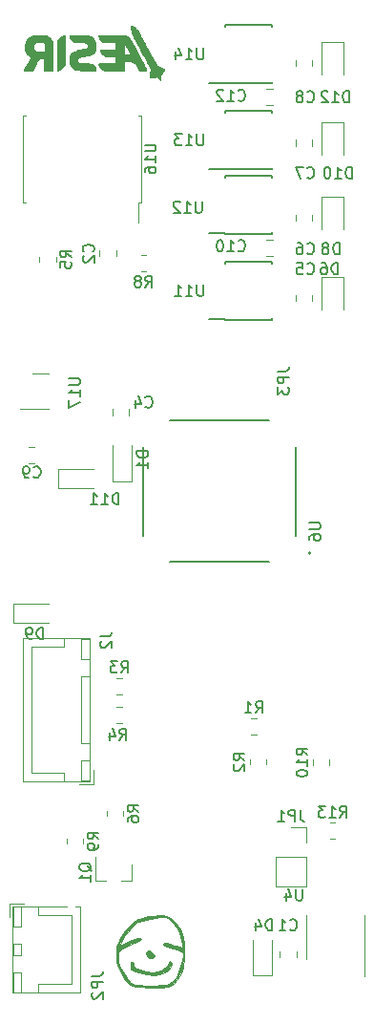
<source format=gbr>
%TF.GenerationSoftware,KiCad,Pcbnew,5.1.10*%
%TF.CreationDate,2021-06-27T22:38:49+02:00*%
%TF.ProjectId,fc_v2,66635f76-322e-46b6-9963-61645f706362,rev?*%
%TF.SameCoordinates,Original*%
%TF.FileFunction,Legend,Bot*%
%TF.FilePolarity,Positive*%
%FSLAX46Y46*%
G04 Gerber Fmt 4.6, Leading zero omitted, Abs format (unit mm)*
G04 Created by KiCad (PCBNEW 5.1.10) date 2021-06-27 22:38:49*
%MOMM*%
%LPD*%
G01*
G04 APERTURE LIST*
%ADD10C,0.120000*%
%ADD11C,0.010000*%
%ADD12C,0.150000*%
%ADD13C,0.127000*%
%ADD14C,0.200000*%
%ADD15O,2.000000X1.700000*%
%ADD16O,1.700000X1.700000*%
%ADD17R,1.700000X1.700000*%
%ADD18R,1.000000X1.000000*%
%ADD19C,0.700000*%
%ADD20C,4.400000*%
%ADD21R,0.800000X0.900000*%
%ADD22C,1.524000*%
%ADD23O,1.950000X1.700000*%
%ADD24C,1.800000*%
%ADD25R,1.310000X0.450000*%
%ADD26R,2.650000X4.000000*%
%ADD27C,0.800000*%
%ADD28C,3.800000*%
%ADD29R,3.800000X3.800000*%
%ADD30R,1.070000X1.800000*%
%ADD31O,1.070000X1.800000*%
%ADD32R,2.500000X2.500000*%
G04 APERTURE END LIST*
D10*
%TO.C,JP2*%
X122000000Y-145395000D02*
X127970000Y-145395000D01*
X127970000Y-145395000D02*
X127970000Y-153015000D01*
X127970000Y-153015000D02*
X122000000Y-153015000D01*
X122000000Y-153015000D02*
X122000000Y-145395000D01*
X122010000Y-148705000D02*
X122760000Y-148705000D01*
X122760000Y-148705000D02*
X122760000Y-149705000D01*
X122760000Y-149705000D02*
X122010000Y-149705000D01*
X122010000Y-149705000D02*
X122010000Y-148705000D01*
X122010000Y-145405000D02*
X122760000Y-145405000D01*
X122760000Y-145405000D02*
X122760000Y-147205000D01*
X122760000Y-147205000D02*
X122010000Y-147205000D01*
X122010000Y-147205000D02*
X122010000Y-145405000D01*
X122010000Y-151205000D02*
X122760000Y-151205000D01*
X122760000Y-151205000D02*
X122760000Y-153005000D01*
X122760000Y-153005000D02*
X122010000Y-153005000D01*
X122010000Y-153005000D02*
X122010000Y-151205000D01*
X124260000Y-145405000D02*
X124260000Y-146155000D01*
X124260000Y-146155000D02*
X127210000Y-146155000D01*
X127210000Y-146155000D02*
X127210000Y-149205000D01*
X124260000Y-153005000D02*
X124260000Y-152255000D01*
X124260000Y-152255000D02*
X127210000Y-152255000D01*
X127210000Y-152255000D02*
X127210000Y-149205000D01*
X121710000Y-146355000D02*
X121710000Y-145105000D01*
X121710000Y-145105000D02*
X122960000Y-145105000D01*
%TO.C,U17*%
X124460000Y-98135000D02*
X125210000Y-98135000D01*
X124460000Y-98135000D02*
X123710000Y-98135000D01*
X124460000Y-101255000D02*
X125210000Y-101255000D01*
X124460000Y-101255000D02*
X122610000Y-101255000D01*
%TO.C,D11*%
X125989000Y-108292000D02*
X125989000Y-106592000D01*
X125989000Y-106592000D02*
X129139000Y-106592000D01*
X125989000Y-108292000D02*
X129139000Y-108292000D01*
%TO.C,D9*%
X122052000Y-120230000D02*
X122052000Y-118530000D01*
X122052000Y-118530000D02*
X125202000Y-118530000D01*
X122052000Y-120230000D02*
X125202000Y-120230000D01*
%TO.C,D4*%
X144995000Y-151497000D02*
X143295000Y-151497000D01*
X143295000Y-151497000D02*
X143295000Y-148347000D01*
X144995000Y-151497000D02*
X144995000Y-148347000D01*
%TO.C,D1*%
X132549000Y-107682000D02*
X130849000Y-107682000D01*
X130849000Y-107682000D02*
X130849000Y-104532000D01*
X132549000Y-107682000D02*
X132549000Y-104532000D01*
%TO.C,JP1*%
X148015000Y-138370000D02*
X146685000Y-138370000D01*
X148015000Y-139700000D02*
X148015000Y-138370000D01*
X148015000Y-140970000D02*
X145355000Y-140970000D01*
X145355000Y-140970000D02*
X145355000Y-143570000D01*
X148015000Y-140970000D02*
X148015000Y-143570000D01*
X148015000Y-143570000D02*
X145355000Y-143570000D01*
%TO.C,Q1*%
X132517000Y-143127000D02*
X131587000Y-143127000D01*
X129357000Y-143127000D02*
X130287000Y-143127000D01*
X129357000Y-143127000D02*
X129357000Y-140967000D01*
X132517000Y-143127000D02*
X132517000Y-141667000D01*
%TO.C,C9*%
X123937752Y-104675000D02*
X123415248Y-104675000D01*
X123937752Y-106145000D02*
X123415248Y-106145000D01*
%TO.C,J2*%
X129115000Y-134549000D02*
X127865000Y-134549000D01*
X129115000Y-133299000D02*
X129115000Y-134549000D01*
X123615000Y-122399000D02*
X123615000Y-127949000D01*
X126565000Y-122399000D02*
X123615000Y-122399000D01*
X126565000Y-121649000D02*
X126565000Y-122399000D01*
X123615000Y-133499000D02*
X123615000Y-127949000D01*
X126565000Y-133499000D02*
X123615000Y-133499000D01*
X126565000Y-134249000D02*
X126565000Y-133499000D01*
X128815000Y-121649000D02*
X128815000Y-123449000D01*
X128065000Y-121649000D02*
X128815000Y-121649000D01*
X128065000Y-123449000D02*
X128065000Y-121649000D01*
X128815000Y-123449000D02*
X128065000Y-123449000D01*
X128815000Y-132449000D02*
X128815000Y-134249000D01*
X128065000Y-132449000D02*
X128815000Y-132449000D01*
X128065000Y-134249000D02*
X128065000Y-132449000D01*
X128815000Y-134249000D02*
X128065000Y-134249000D01*
X128815000Y-124949000D02*
X128815000Y-130949000D01*
X128065000Y-124949000D02*
X128815000Y-124949000D01*
X128065000Y-130949000D02*
X128065000Y-124949000D01*
X128815000Y-130949000D02*
X128065000Y-130949000D01*
X128825000Y-121639000D02*
X128825000Y-134259000D01*
X122855000Y-121639000D02*
X128825000Y-121639000D01*
X122855000Y-134259000D02*
X122855000Y-121639000D01*
X128825000Y-134259000D02*
X122855000Y-134259000D01*
D11*
%TO.C,H6*%
G36*
X124316055Y-68186061D02*
G01*
X124212308Y-68186431D01*
X124127231Y-68187307D01*
X124057459Y-68188830D01*
X123999628Y-68191140D01*
X123950373Y-68194379D01*
X123906330Y-68198688D01*
X123864134Y-68204208D01*
X123820420Y-68211080D01*
X123812300Y-68212442D01*
X123690821Y-68237349D01*
X123587969Y-68268768D01*
X123497299Y-68309151D01*
X123412365Y-68360950D01*
X123401085Y-68368882D01*
X123317879Y-68436141D01*
X123252213Y-68508787D01*
X123196440Y-68595476D01*
X123189322Y-68608594D01*
X123155820Y-68680667D01*
X123129759Y-68759086D01*
X123110006Y-68848799D01*
X123095424Y-68954751D01*
X123086598Y-69056250D01*
X123078995Y-69215890D01*
X123080783Y-69354655D01*
X123092748Y-69475565D01*
X123115675Y-69581644D01*
X123150351Y-69675912D01*
X123197559Y-69761392D01*
X123258087Y-69841105D01*
X123303207Y-69889518D01*
X123360428Y-69943706D01*
X123411884Y-69983979D01*
X123466719Y-70016986D01*
X123503981Y-70035568D01*
X123549980Y-70058396D01*
X123585720Y-70078180D01*
X123606018Y-70091951D01*
X123608756Y-70095593D01*
X123602573Y-70108298D01*
X123584691Y-70140781D01*
X123556318Y-70190948D01*
X123518662Y-70256699D01*
X123472930Y-70335939D01*
X123420330Y-70426569D01*
X123362069Y-70526493D01*
X123299355Y-70633613D01*
X123279703Y-70667093D01*
X123215553Y-70776468D01*
X123155197Y-70879661D01*
X123099885Y-70974516D01*
X123050865Y-71058877D01*
X123009388Y-71130586D01*
X122976704Y-71187488D01*
X122954061Y-71227426D01*
X122942711Y-71248243D01*
X122941724Y-71250357D01*
X122940556Y-71256606D01*
X122944075Y-71261534D01*
X122954828Y-71265266D01*
X122975361Y-71267927D01*
X123008221Y-71269642D01*
X123055955Y-71270536D01*
X123121110Y-71270734D01*
X123206233Y-71270361D01*
X123313871Y-71269542D01*
X123329912Y-71269407D01*
X123726681Y-71266050D01*
X123971442Y-70821550D01*
X124044523Y-70689955D01*
X124108686Y-70576760D01*
X124163435Y-70482797D01*
X124208276Y-70408901D01*
X124242711Y-70355904D01*
X124266247Y-70324639D01*
X124268390Y-70322309D01*
X124310694Y-70285413D01*
X124362486Y-70250252D01*
X124393463Y-70233611D01*
X124427372Y-70219029D01*
X124459514Y-70208987D01*
X124496300Y-70202433D01*
X124544140Y-70198311D01*
X124609443Y-70195568D01*
X124628275Y-70195002D01*
X124790200Y-70190349D01*
X124790200Y-71272400D01*
X125501400Y-71272400D01*
X125501180Y-70043675D01*
X125501085Y-69831995D01*
X125500867Y-69644248D01*
X125500506Y-69478962D01*
X125499981Y-69334671D01*
X125499685Y-69282509D01*
X124828300Y-69282509D01*
X124828300Y-69608700D01*
X124506783Y-69608700D01*
X124413262Y-69608146D01*
X124324374Y-69606589D01*
X124244577Y-69604183D01*
X124178329Y-69601086D01*
X124130087Y-69597453D01*
X124110311Y-69594843D01*
X124022894Y-69571014D01*
X123953627Y-69534143D01*
X123901266Y-69482412D01*
X123864564Y-69414001D01*
X123842277Y-69327093D01*
X123833158Y-69219869D01*
X123832790Y-69189600D01*
X123838286Y-69087358D01*
X123854193Y-68999180D01*
X123879639Y-68928829D01*
X123901278Y-68893936D01*
X123946426Y-68852957D01*
X124011189Y-68820533D01*
X124096489Y-68796473D01*
X124203249Y-68780585D01*
X124332392Y-68772678D01*
X124484842Y-68772560D01*
X124486365Y-68772595D01*
X124559228Y-68774510D01*
X124611693Y-68776899D01*
X124648760Y-68780573D01*
X124675430Y-68786342D01*
X124696702Y-68795017D01*
X124717577Y-68807407D01*
X124722951Y-68810937D01*
X124769924Y-68853525D01*
X124801362Y-68900671D01*
X124809621Y-68919106D01*
X124816000Y-68938350D01*
X124820739Y-68961828D01*
X124824080Y-68992964D01*
X124826265Y-69035184D01*
X124827535Y-69091910D01*
X124828132Y-69166567D01*
X124828298Y-69262580D01*
X124828300Y-69282509D01*
X125499685Y-69282509D01*
X125499273Y-69209906D01*
X125498362Y-69103197D01*
X125497226Y-69013077D01*
X125495847Y-68938077D01*
X125494203Y-68876728D01*
X125492275Y-68827562D01*
X125490043Y-68789110D01*
X125487486Y-68759903D01*
X125484584Y-68738474D01*
X125483151Y-68730935D01*
X125445107Y-68609923D01*
X125385732Y-68498459D01*
X125307800Y-68399477D01*
X125214084Y-68315911D01*
X125107355Y-68250695D01*
X124990388Y-68206763D01*
X124986902Y-68205844D01*
X124962018Y-68200557D01*
X124930275Y-68196265D01*
X124889041Y-68192873D01*
X124835687Y-68190285D01*
X124767581Y-68188405D01*
X124682092Y-68187138D01*
X124576590Y-68186389D01*
X124448444Y-68186061D01*
X124441836Y-68186055D01*
X124316055Y-68186061D01*
G37*
X124316055Y-68186061D02*
X124212308Y-68186431D01*
X124127231Y-68187307D01*
X124057459Y-68188830D01*
X123999628Y-68191140D01*
X123950373Y-68194379D01*
X123906330Y-68198688D01*
X123864134Y-68204208D01*
X123820420Y-68211080D01*
X123812300Y-68212442D01*
X123690821Y-68237349D01*
X123587969Y-68268768D01*
X123497299Y-68309151D01*
X123412365Y-68360950D01*
X123401085Y-68368882D01*
X123317879Y-68436141D01*
X123252213Y-68508787D01*
X123196440Y-68595476D01*
X123189322Y-68608594D01*
X123155820Y-68680667D01*
X123129759Y-68759086D01*
X123110006Y-68848799D01*
X123095424Y-68954751D01*
X123086598Y-69056250D01*
X123078995Y-69215890D01*
X123080783Y-69354655D01*
X123092748Y-69475565D01*
X123115675Y-69581644D01*
X123150351Y-69675912D01*
X123197559Y-69761392D01*
X123258087Y-69841105D01*
X123303207Y-69889518D01*
X123360428Y-69943706D01*
X123411884Y-69983979D01*
X123466719Y-70016986D01*
X123503981Y-70035568D01*
X123549980Y-70058396D01*
X123585720Y-70078180D01*
X123606018Y-70091951D01*
X123608756Y-70095593D01*
X123602573Y-70108298D01*
X123584691Y-70140781D01*
X123556318Y-70190948D01*
X123518662Y-70256699D01*
X123472930Y-70335939D01*
X123420330Y-70426569D01*
X123362069Y-70526493D01*
X123299355Y-70633613D01*
X123279703Y-70667093D01*
X123215553Y-70776468D01*
X123155197Y-70879661D01*
X123099885Y-70974516D01*
X123050865Y-71058877D01*
X123009388Y-71130586D01*
X122976704Y-71187488D01*
X122954061Y-71227426D01*
X122942711Y-71248243D01*
X122941724Y-71250357D01*
X122940556Y-71256606D01*
X122944075Y-71261534D01*
X122954828Y-71265266D01*
X122975361Y-71267927D01*
X123008221Y-71269642D01*
X123055955Y-71270536D01*
X123121110Y-71270734D01*
X123206233Y-71270361D01*
X123313871Y-71269542D01*
X123329912Y-71269407D01*
X123726681Y-71266050D01*
X123971442Y-70821550D01*
X124044523Y-70689955D01*
X124108686Y-70576760D01*
X124163435Y-70482797D01*
X124208276Y-70408901D01*
X124242711Y-70355904D01*
X124266247Y-70324639D01*
X124268390Y-70322309D01*
X124310694Y-70285413D01*
X124362486Y-70250252D01*
X124393463Y-70233611D01*
X124427372Y-70219029D01*
X124459514Y-70208987D01*
X124496300Y-70202433D01*
X124544140Y-70198311D01*
X124609443Y-70195568D01*
X124628275Y-70195002D01*
X124790200Y-70190349D01*
X124790200Y-71272400D01*
X125501400Y-71272400D01*
X125501180Y-70043675D01*
X125501085Y-69831995D01*
X125500867Y-69644248D01*
X125500506Y-69478962D01*
X125499981Y-69334671D01*
X125499685Y-69282509D01*
X124828300Y-69282509D01*
X124828300Y-69608700D01*
X124506783Y-69608700D01*
X124413262Y-69608146D01*
X124324374Y-69606589D01*
X124244577Y-69604183D01*
X124178329Y-69601086D01*
X124130087Y-69597453D01*
X124110311Y-69594843D01*
X124022894Y-69571014D01*
X123953627Y-69534143D01*
X123901266Y-69482412D01*
X123864564Y-69414001D01*
X123842277Y-69327093D01*
X123833158Y-69219869D01*
X123832790Y-69189600D01*
X123838286Y-69087358D01*
X123854193Y-68999180D01*
X123879639Y-68928829D01*
X123901278Y-68893936D01*
X123946426Y-68852957D01*
X124011189Y-68820533D01*
X124096489Y-68796473D01*
X124203249Y-68780585D01*
X124332392Y-68772678D01*
X124484842Y-68772560D01*
X124486365Y-68772595D01*
X124559228Y-68774510D01*
X124611693Y-68776899D01*
X124648760Y-68780573D01*
X124675430Y-68786342D01*
X124696702Y-68795017D01*
X124717577Y-68807407D01*
X124722951Y-68810937D01*
X124769924Y-68853525D01*
X124801362Y-68900671D01*
X124809621Y-68919106D01*
X124816000Y-68938350D01*
X124820739Y-68961828D01*
X124824080Y-68992964D01*
X124826265Y-69035184D01*
X124827535Y-69091910D01*
X124828132Y-69166567D01*
X124828298Y-69262580D01*
X124828300Y-69282509D01*
X125499685Y-69282509D01*
X125499273Y-69209906D01*
X125498362Y-69103197D01*
X125497226Y-69013077D01*
X125495847Y-68938077D01*
X125494203Y-68876728D01*
X125492275Y-68827562D01*
X125490043Y-68789110D01*
X125487486Y-68759903D01*
X125484584Y-68738474D01*
X125483151Y-68730935D01*
X125445107Y-68609923D01*
X125385732Y-68498459D01*
X125307800Y-68399477D01*
X125214084Y-68315911D01*
X125107355Y-68250695D01*
X124990388Y-68206763D01*
X124986902Y-68205844D01*
X124962018Y-68200557D01*
X124930275Y-68196265D01*
X124889041Y-68192873D01*
X124835687Y-68190285D01*
X124767581Y-68188405D01*
X124682092Y-68187138D01*
X124576590Y-68186389D01*
X124448444Y-68186061D01*
X124441836Y-68186055D01*
X124316055Y-68186061D01*
G36*
X126571375Y-68186450D02*
G01*
X126468400Y-68198442D01*
X126363345Y-68231928D01*
X126260915Y-68283922D01*
X126165812Y-68351442D01*
X126082742Y-68431502D01*
X126016407Y-68521118D01*
X126001087Y-68548250D01*
X125987171Y-68574206D01*
X125974830Y-68597091D01*
X125963965Y-68618504D01*
X125954479Y-68640047D01*
X125946271Y-68663321D01*
X125939244Y-68689927D01*
X125933300Y-68721468D01*
X125928341Y-68759543D01*
X125924267Y-68805755D01*
X125920980Y-68861704D01*
X125918382Y-68928991D01*
X125916375Y-69009219D01*
X125914860Y-69103988D01*
X125913739Y-69214899D01*
X125912914Y-69343554D01*
X125912285Y-69491554D01*
X125911754Y-69660501D01*
X125911224Y-69851995D01*
X125910747Y-70018275D01*
X125906975Y-71272400D01*
X125961363Y-71271008D01*
X126010937Y-71267454D01*
X126060803Y-71260580D01*
X126066550Y-71259489D01*
X126185462Y-71223294D01*
X126297723Y-71165038D01*
X126399115Y-71087940D01*
X126485423Y-70995221D01*
X126552429Y-70890102D01*
X126553848Y-70887288D01*
X126566369Y-70862485D01*
X126577472Y-70839938D01*
X126587241Y-70818043D01*
X126595763Y-70795197D01*
X126603121Y-70769799D01*
X126609402Y-70740245D01*
X126614690Y-70704933D01*
X126619071Y-70662259D01*
X126622630Y-70610622D01*
X126625451Y-70548419D01*
X126627620Y-70474047D01*
X126629223Y-70385903D01*
X126630344Y-70282385D01*
X126631068Y-70161890D01*
X126631481Y-70022815D01*
X126631667Y-69863558D01*
X126631713Y-69682516D01*
X126631702Y-69478086D01*
X126631700Y-69421881D01*
X126631700Y-68186300D01*
X126571375Y-68186450D01*
G37*
X126571375Y-68186450D02*
X126468400Y-68198442D01*
X126363345Y-68231928D01*
X126260915Y-68283922D01*
X126165812Y-68351442D01*
X126082742Y-68431502D01*
X126016407Y-68521118D01*
X126001087Y-68548250D01*
X125987171Y-68574206D01*
X125974830Y-68597091D01*
X125963965Y-68618504D01*
X125954479Y-68640047D01*
X125946271Y-68663321D01*
X125939244Y-68689927D01*
X125933300Y-68721468D01*
X125928341Y-68759543D01*
X125924267Y-68805755D01*
X125920980Y-68861704D01*
X125918382Y-68928991D01*
X125916375Y-69009219D01*
X125914860Y-69103988D01*
X125913739Y-69214899D01*
X125912914Y-69343554D01*
X125912285Y-69491554D01*
X125911754Y-69660501D01*
X125911224Y-69851995D01*
X125910747Y-70018275D01*
X125906975Y-71272400D01*
X125961363Y-71271008D01*
X126010937Y-71267454D01*
X126060803Y-71260580D01*
X126066550Y-71259489D01*
X126185462Y-71223294D01*
X126297723Y-71165038D01*
X126399115Y-71087940D01*
X126485423Y-70995221D01*
X126552429Y-70890102D01*
X126553848Y-70887288D01*
X126566369Y-70862485D01*
X126577472Y-70839938D01*
X126587241Y-70818043D01*
X126595763Y-70795197D01*
X126603121Y-70769799D01*
X126609402Y-70740245D01*
X126614690Y-70704933D01*
X126619071Y-70662259D01*
X126622630Y-70610622D01*
X126625451Y-70548419D01*
X126627620Y-70474047D01*
X126629223Y-70385903D01*
X126630344Y-70282385D01*
X126631068Y-70161890D01*
X126631481Y-70022815D01*
X126631667Y-69863558D01*
X126631713Y-69682516D01*
X126631702Y-69478086D01*
X126631700Y-69421881D01*
X126631700Y-68186300D01*
X126571375Y-68186450D01*
G36*
X127826057Y-68181655D02*
G01*
X127751648Y-68181835D01*
X127618021Y-68182312D01*
X127492060Y-68183015D01*
X127376041Y-68183915D01*
X127272242Y-68184981D01*
X127182943Y-68186184D01*
X127110419Y-68187494D01*
X127056950Y-68188881D01*
X127024813Y-68190315D01*
X127016010Y-68191456D01*
X127013626Y-68208829D01*
X127018303Y-68244071D01*
X127028500Y-68291149D01*
X127042675Y-68344033D01*
X127059288Y-68396693D01*
X127076796Y-68443098D01*
X127084935Y-68461113D01*
X127131771Y-68537466D01*
X127194882Y-68612896D01*
X127266341Y-68678785D01*
X127319357Y-68715987D01*
X127356502Y-68737100D01*
X127392358Y-68754166D01*
X127430128Y-68767611D01*
X127473013Y-68777865D01*
X127524217Y-68785354D01*
X127586941Y-68790508D01*
X127664389Y-68793755D01*
X127759762Y-68795521D01*
X127876263Y-68796236D01*
X127920244Y-68796315D01*
X128063021Y-68796990D01*
X128182759Y-68798913D01*
X128281804Y-68802438D01*
X128362502Y-68807921D01*
X128427198Y-68815716D01*
X128478238Y-68826176D01*
X128517968Y-68839658D01*
X128548733Y-68856514D01*
X128572878Y-68877101D01*
X128589735Y-68897500D01*
X128612978Y-68946491D01*
X128627078Y-69011145D01*
X128631914Y-69083377D01*
X128627366Y-69155106D01*
X128613314Y-69218251D01*
X128595098Y-69257229D01*
X128572295Y-69284753D01*
X128541275Y-69308502D01*
X128498970Y-69329619D01*
X128442314Y-69349250D01*
X128368237Y-69368540D01*
X128273673Y-69388632D01*
X128210845Y-69400621D01*
X128001350Y-69442089D01*
X127816101Y-69484523D01*
X127653950Y-69528410D01*
X127513748Y-69574243D01*
X127394346Y-69622509D01*
X127294596Y-69673698D01*
X127213348Y-69728301D01*
X127149455Y-69786807D01*
X127101766Y-69849706D01*
X127084788Y-69880590D01*
X127057911Y-69941551D01*
X127037785Y-70003089D01*
X127023584Y-70070220D01*
X127014483Y-70147961D01*
X127009655Y-70241329D01*
X127008277Y-70345300D01*
X127010375Y-70473141D01*
X127017940Y-70580142D01*
X127032382Y-70670538D01*
X127055113Y-70748562D01*
X127087545Y-70818449D01*
X127131088Y-70884433D01*
X127187153Y-70950749D01*
X127222250Y-70987300D01*
X127314683Y-71070134D01*
X127411015Y-71134091D01*
X127519259Y-71183978D01*
X127590550Y-71208328D01*
X127634172Y-71221204D01*
X127676528Y-71232241D01*
X127719919Y-71241580D01*
X127766640Y-71249359D01*
X127818993Y-71255720D01*
X127879273Y-71260801D01*
X127949780Y-71264744D01*
X128032813Y-71267687D01*
X128130669Y-71269772D01*
X128245647Y-71271137D01*
X128380045Y-71271923D01*
X128536161Y-71272269D01*
X128641475Y-71272325D01*
X128794996Y-71272310D01*
X128925056Y-71272190D01*
X129033595Y-71271903D01*
X129122554Y-71271388D01*
X129193870Y-71270581D01*
X129249485Y-71269422D01*
X129291337Y-71267848D01*
X129321367Y-71265798D01*
X129341513Y-71263210D01*
X129353716Y-71260022D01*
X129359915Y-71256171D01*
X129362049Y-71251597D01*
X129362200Y-71249332D01*
X129356931Y-71195318D01*
X129342884Y-71128946D01*
X129322699Y-71060548D01*
X129299017Y-71000453D01*
X129298083Y-70998470D01*
X129235586Y-70895527D01*
X129153556Y-70808793D01*
X129052077Y-70738347D01*
X128965722Y-70697232D01*
X128946291Y-70690002D01*
X128925717Y-70684094D01*
X128901121Y-70679313D01*
X128869626Y-70675460D01*
X128828353Y-70672340D01*
X128774423Y-70669756D01*
X128704959Y-70667511D01*
X128617081Y-70665407D01*
X128507913Y-70663250D01*
X128454150Y-70662264D01*
X128311580Y-70659314D01*
X128192047Y-70655721D01*
X128093190Y-70650963D01*
X128012647Y-70644521D01*
X127948057Y-70635874D01*
X127897057Y-70624503D01*
X127857286Y-70609887D01*
X127826382Y-70591506D01*
X127801982Y-70568840D01*
X127781726Y-70541369D01*
X127764143Y-70510297D01*
X127749776Y-70479657D01*
X127741615Y-70451145D01*
X127738597Y-70416854D01*
X127739662Y-70368873D01*
X127741250Y-70339697D01*
X127747445Y-70271972D01*
X127758493Y-70223061D01*
X127777160Y-70186466D01*
X127806212Y-70155685D01*
X127826285Y-70139861D01*
X127857917Y-70124052D01*
X127912204Y-70105769D01*
X127986593Y-70085650D01*
X128078529Y-70064332D01*
X128185459Y-70042453D01*
X128301750Y-70021182D01*
X128462566Y-69992298D01*
X128600687Y-69964997D01*
X128718697Y-69938373D01*
X128819178Y-69911519D01*
X128904713Y-69883527D01*
X128977887Y-69853491D01*
X129041281Y-69820503D01*
X129097478Y-69783657D01*
X129149063Y-69742045D01*
X129180853Y-69712490D01*
X129216470Y-69671414D01*
X129252262Y-69620105D01*
X129273111Y-69583675D01*
X129300460Y-69524655D01*
X129321175Y-69466918D01*
X129336079Y-69405564D01*
X129345998Y-69335692D01*
X129351756Y-69252403D01*
X129354179Y-69150795D01*
X129354400Y-69100700D01*
X129354194Y-69015978D01*
X129353169Y-68951348D01*
X129350797Y-68901503D01*
X129346548Y-68861135D01*
X129339894Y-68824937D01*
X129330305Y-68787603D01*
X129319585Y-68751450D01*
X129280498Y-68643710D01*
X129233470Y-68554640D01*
X129174724Y-68477852D01*
X129132681Y-68435389D01*
X129034927Y-68359720D01*
X128917661Y-68296631D01*
X128779818Y-68245657D01*
X128620331Y-68206331D01*
X128600200Y-68202468D01*
X128572012Y-68197614D01*
X128542212Y-68193517D01*
X128508527Y-68190124D01*
X128468679Y-68187379D01*
X128420395Y-68185226D01*
X128361397Y-68183611D01*
X128289409Y-68182477D01*
X128202158Y-68181770D01*
X128097365Y-68181434D01*
X127972757Y-68181414D01*
X127826057Y-68181655D01*
G37*
X127826057Y-68181655D02*
X127751648Y-68181835D01*
X127618021Y-68182312D01*
X127492060Y-68183015D01*
X127376041Y-68183915D01*
X127272242Y-68184981D01*
X127182943Y-68186184D01*
X127110419Y-68187494D01*
X127056950Y-68188881D01*
X127024813Y-68190315D01*
X127016010Y-68191456D01*
X127013626Y-68208829D01*
X127018303Y-68244071D01*
X127028500Y-68291149D01*
X127042675Y-68344033D01*
X127059288Y-68396693D01*
X127076796Y-68443098D01*
X127084935Y-68461113D01*
X127131771Y-68537466D01*
X127194882Y-68612896D01*
X127266341Y-68678785D01*
X127319357Y-68715987D01*
X127356502Y-68737100D01*
X127392358Y-68754166D01*
X127430128Y-68767611D01*
X127473013Y-68777865D01*
X127524217Y-68785354D01*
X127586941Y-68790508D01*
X127664389Y-68793755D01*
X127759762Y-68795521D01*
X127876263Y-68796236D01*
X127920244Y-68796315D01*
X128063021Y-68796990D01*
X128182759Y-68798913D01*
X128281804Y-68802438D01*
X128362502Y-68807921D01*
X128427198Y-68815716D01*
X128478238Y-68826176D01*
X128517968Y-68839658D01*
X128548733Y-68856514D01*
X128572878Y-68877101D01*
X128589735Y-68897500D01*
X128612978Y-68946491D01*
X128627078Y-69011145D01*
X128631914Y-69083377D01*
X128627366Y-69155106D01*
X128613314Y-69218251D01*
X128595098Y-69257229D01*
X128572295Y-69284753D01*
X128541275Y-69308502D01*
X128498970Y-69329619D01*
X128442314Y-69349250D01*
X128368237Y-69368540D01*
X128273673Y-69388632D01*
X128210845Y-69400621D01*
X128001350Y-69442089D01*
X127816101Y-69484523D01*
X127653950Y-69528410D01*
X127513748Y-69574243D01*
X127394346Y-69622509D01*
X127294596Y-69673698D01*
X127213348Y-69728301D01*
X127149455Y-69786807D01*
X127101766Y-69849706D01*
X127084788Y-69880590D01*
X127057911Y-69941551D01*
X127037785Y-70003089D01*
X127023584Y-70070220D01*
X127014483Y-70147961D01*
X127009655Y-70241329D01*
X127008277Y-70345300D01*
X127010375Y-70473141D01*
X127017940Y-70580142D01*
X127032382Y-70670538D01*
X127055113Y-70748562D01*
X127087545Y-70818449D01*
X127131088Y-70884433D01*
X127187153Y-70950749D01*
X127222250Y-70987300D01*
X127314683Y-71070134D01*
X127411015Y-71134091D01*
X127519259Y-71183978D01*
X127590550Y-71208328D01*
X127634172Y-71221204D01*
X127676528Y-71232241D01*
X127719919Y-71241580D01*
X127766640Y-71249359D01*
X127818993Y-71255720D01*
X127879273Y-71260801D01*
X127949780Y-71264744D01*
X128032813Y-71267687D01*
X128130669Y-71269772D01*
X128245647Y-71271137D01*
X128380045Y-71271923D01*
X128536161Y-71272269D01*
X128641475Y-71272325D01*
X128794996Y-71272310D01*
X128925056Y-71272190D01*
X129033595Y-71271903D01*
X129122554Y-71271388D01*
X129193870Y-71270581D01*
X129249485Y-71269422D01*
X129291337Y-71267848D01*
X129321367Y-71265798D01*
X129341513Y-71263210D01*
X129353716Y-71260022D01*
X129359915Y-71256171D01*
X129362049Y-71251597D01*
X129362200Y-71249332D01*
X129356931Y-71195318D01*
X129342884Y-71128946D01*
X129322699Y-71060548D01*
X129299017Y-71000453D01*
X129298083Y-70998470D01*
X129235586Y-70895527D01*
X129153556Y-70808793D01*
X129052077Y-70738347D01*
X128965722Y-70697232D01*
X128946291Y-70690002D01*
X128925717Y-70684094D01*
X128901121Y-70679313D01*
X128869626Y-70675460D01*
X128828353Y-70672340D01*
X128774423Y-70669756D01*
X128704959Y-70667511D01*
X128617081Y-70665407D01*
X128507913Y-70663250D01*
X128454150Y-70662264D01*
X128311580Y-70659314D01*
X128192047Y-70655721D01*
X128093190Y-70650963D01*
X128012647Y-70644521D01*
X127948057Y-70635874D01*
X127897057Y-70624503D01*
X127857286Y-70609887D01*
X127826382Y-70591506D01*
X127801982Y-70568840D01*
X127781726Y-70541369D01*
X127764143Y-70510297D01*
X127749776Y-70479657D01*
X127741615Y-70451145D01*
X127738597Y-70416854D01*
X127739662Y-70368873D01*
X127741250Y-70339697D01*
X127747445Y-70271972D01*
X127758493Y-70223061D01*
X127777160Y-70186466D01*
X127806212Y-70155685D01*
X127826285Y-70139861D01*
X127857917Y-70124052D01*
X127912204Y-70105769D01*
X127986593Y-70085650D01*
X128078529Y-70064332D01*
X128185459Y-70042453D01*
X128301750Y-70021182D01*
X128462566Y-69992298D01*
X128600687Y-69964997D01*
X128718697Y-69938373D01*
X128819178Y-69911519D01*
X128904713Y-69883527D01*
X128977887Y-69853491D01*
X129041281Y-69820503D01*
X129097478Y-69783657D01*
X129149063Y-69742045D01*
X129180853Y-69712490D01*
X129216470Y-69671414D01*
X129252262Y-69620105D01*
X129273111Y-69583675D01*
X129300460Y-69524655D01*
X129321175Y-69466918D01*
X129336079Y-69405564D01*
X129345998Y-69335692D01*
X129351756Y-69252403D01*
X129354179Y-69150795D01*
X129354400Y-69100700D01*
X129354194Y-69015978D01*
X129353169Y-68951348D01*
X129350797Y-68901503D01*
X129346548Y-68861135D01*
X129339894Y-68824937D01*
X129330305Y-68787603D01*
X129319585Y-68751450D01*
X129280498Y-68643710D01*
X129233470Y-68554640D01*
X129174724Y-68477852D01*
X129132681Y-68435389D01*
X129034927Y-68359720D01*
X128917661Y-68296631D01*
X128779818Y-68245657D01*
X128620331Y-68206331D01*
X128600200Y-68202468D01*
X128572012Y-68197614D01*
X128542212Y-68193517D01*
X128508527Y-68190124D01*
X128468679Y-68187379D01*
X128420395Y-68185226D01*
X128361397Y-68183611D01*
X128289409Y-68182477D01*
X128202158Y-68181770D01*
X128097365Y-68181434D01*
X127972757Y-68181414D01*
X127826057Y-68181655D01*
G36*
X130562992Y-68186583D02*
G01*
X130379443Y-68186931D01*
X130212759Y-68187521D01*
X130063968Y-68188343D01*
X129934099Y-68189385D01*
X129824181Y-68190639D01*
X129735243Y-68192092D01*
X129668315Y-68193736D01*
X129624424Y-68195559D01*
X129604601Y-68197551D01*
X129603500Y-68198169D01*
X129607752Y-68235290D01*
X129618998Y-68287868D01*
X129634975Y-68347706D01*
X129653418Y-68406607D01*
X129672063Y-68456376D01*
X129679148Y-68472050D01*
X129720761Y-68539416D01*
X129778079Y-68608230D01*
X129843457Y-68670481D01*
X129909249Y-68718158D01*
X129919800Y-68724170D01*
X129952437Y-68741235D01*
X129983724Y-68755366D01*
X130016379Y-68766838D01*
X130053122Y-68775925D01*
X130096672Y-68782903D01*
X130149747Y-68788048D01*
X130215068Y-68791634D01*
X130295352Y-68793937D01*
X130393320Y-68795231D01*
X130511690Y-68795793D01*
X130628519Y-68795900D01*
X131127500Y-68795900D01*
X131127500Y-69405500D01*
X130435350Y-69405500D01*
X130284968Y-69405713D01*
X130149976Y-69406338D01*
X130031802Y-69407349D01*
X129931876Y-69408723D01*
X129851624Y-69410434D01*
X129792476Y-69412458D01*
X129755859Y-69414771D01*
X129743201Y-69417348D01*
X129743200Y-69417369D01*
X129747243Y-69451853D01*
X129757888Y-69501944D01*
X129772916Y-69559435D01*
X129790106Y-69616116D01*
X129807235Y-69663778D01*
X129814220Y-69679858D01*
X129858243Y-69752738D01*
X129918569Y-69825103D01*
X129987598Y-69888954D01*
X130057730Y-69936291D01*
X130058027Y-69936450D01*
X130097021Y-69956496D01*
X130133410Y-69972828D01*
X130170303Y-69985822D01*
X130210809Y-69995857D01*
X130258037Y-70003310D01*
X130315098Y-70008561D01*
X130385100Y-70011988D01*
X130471152Y-70013967D01*
X130576364Y-70014878D01*
X130703846Y-70015099D01*
X130704719Y-70015100D01*
X131127500Y-70015100D01*
X131127500Y-70662800D01*
X130365500Y-70662800D01*
X130185663Y-70662993D01*
X130030815Y-70663576D01*
X129900547Y-70664558D01*
X129794451Y-70665944D01*
X129712120Y-70667743D01*
X129653144Y-70669960D01*
X129617115Y-70672604D01*
X129603626Y-70675681D01*
X129603500Y-70676035D01*
X129605932Y-70694105D01*
X129612368Y-70729937D01*
X129621522Y-70776452D01*
X129623547Y-70786321D01*
X129660800Y-70910790D01*
X129717648Y-71019182D01*
X129793755Y-71111101D01*
X129888784Y-71186152D01*
X130002400Y-71243937D01*
X130017276Y-71249696D01*
X130032265Y-71255173D01*
X130047204Y-71259901D01*
X130064007Y-71263945D01*
X130084589Y-71267371D01*
X130110865Y-71270244D01*
X130144749Y-71272628D01*
X130188156Y-71274589D01*
X130243000Y-71276193D01*
X130311196Y-71277505D01*
X130394660Y-71278589D01*
X130495305Y-71279511D01*
X130615046Y-71280336D01*
X130755797Y-71281130D01*
X130919474Y-71281958D01*
X130971925Y-71282215D01*
X131851400Y-71286527D01*
X131851400Y-70472300D01*
X132133975Y-70472520D01*
X132251677Y-70473402D01*
X132348185Y-70476263D01*
X132427671Y-70481732D01*
X132494306Y-70490436D01*
X132552260Y-70503002D01*
X132605705Y-70520059D01*
X132658812Y-70542235D01*
X132687251Y-70555787D01*
X132744913Y-70586967D01*
X132794976Y-70621322D01*
X132840366Y-70662246D01*
X132884006Y-70713136D01*
X132928822Y-70777386D01*
X132977740Y-70858393D01*
X133031383Y-70955277D01*
X133070395Y-71027521D01*
X133107391Y-71095716D01*
X133139891Y-71155316D01*
X133165415Y-71201775D01*
X133181484Y-71230547D01*
X133181814Y-71231125D01*
X133212714Y-71285100D01*
X133494082Y-71284912D01*
X133599430Y-71284298D01*
X133681331Y-71282546D01*
X133741717Y-71279555D01*
X133782520Y-71275227D01*
X133805673Y-71269461D01*
X133807200Y-71268748D01*
X133817555Y-71263567D01*
X133826455Y-71258202D01*
X133833336Y-71251466D01*
X133837637Y-71242174D01*
X133838795Y-71229143D01*
X133836247Y-71211185D01*
X133829432Y-71187118D01*
X133817787Y-71155755D01*
X133800749Y-71115911D01*
X133777756Y-71066402D01*
X133748245Y-71006042D01*
X133711655Y-70933646D01*
X133667422Y-70848030D01*
X133614985Y-70748008D01*
X133553781Y-70632395D01*
X133483246Y-70500007D01*
X133402820Y-70349657D01*
X133311940Y-70180162D01*
X133210042Y-69990335D01*
X133161967Y-69900800D01*
X132461894Y-69900800D01*
X131851400Y-69900800D01*
X131852458Y-68827650D01*
X131896574Y-68877616D01*
X131910485Y-68897680D01*
X131934872Y-68937580D01*
X131968299Y-68994721D01*
X132009329Y-69066506D01*
X132056524Y-69150339D01*
X132108448Y-69243623D01*
X132163663Y-69343762D01*
X132220734Y-69448160D01*
X132278222Y-69554221D01*
X132334692Y-69659349D01*
X132388705Y-69760946D01*
X132438826Y-69856418D01*
X132447050Y-69872225D01*
X132461894Y-69900800D01*
X133161967Y-69900800D01*
X133127520Y-69836646D01*
X133034702Y-69663994D01*
X132944555Y-69496737D01*
X132857880Y-69336337D01*
X132775475Y-69184255D01*
X132698141Y-69041952D01*
X132626677Y-68910891D01*
X132561882Y-68792531D01*
X132504555Y-68688335D01*
X132455496Y-68599764D01*
X132415505Y-68528280D01*
X132385380Y-68475344D01*
X132365922Y-68442417D01*
X132359460Y-68432553D01*
X132291967Y-68359625D01*
X132206736Y-68293489D01*
X132134375Y-68251340D01*
X132112993Y-68240672D01*
X132092580Y-68231248D01*
X132071501Y-68222989D01*
X132048122Y-68215818D01*
X132020808Y-68209658D01*
X131987925Y-68204433D01*
X131947839Y-68200064D01*
X131898915Y-68196474D01*
X131839519Y-68193586D01*
X131768017Y-68191324D01*
X131682774Y-68189609D01*
X131582155Y-68188364D01*
X131464527Y-68187512D01*
X131328254Y-68186977D01*
X131171703Y-68186680D01*
X130993239Y-68186544D01*
X130791228Y-68186492D01*
X130762375Y-68186487D01*
X130562992Y-68186583D01*
G37*
X130562992Y-68186583D02*
X130379443Y-68186931D01*
X130212759Y-68187521D01*
X130063968Y-68188343D01*
X129934099Y-68189385D01*
X129824181Y-68190639D01*
X129735243Y-68192092D01*
X129668315Y-68193736D01*
X129624424Y-68195559D01*
X129604601Y-68197551D01*
X129603500Y-68198169D01*
X129607752Y-68235290D01*
X129618998Y-68287868D01*
X129634975Y-68347706D01*
X129653418Y-68406607D01*
X129672063Y-68456376D01*
X129679148Y-68472050D01*
X129720761Y-68539416D01*
X129778079Y-68608230D01*
X129843457Y-68670481D01*
X129909249Y-68718158D01*
X129919800Y-68724170D01*
X129952437Y-68741235D01*
X129983724Y-68755366D01*
X130016379Y-68766838D01*
X130053122Y-68775925D01*
X130096672Y-68782903D01*
X130149747Y-68788048D01*
X130215068Y-68791634D01*
X130295352Y-68793937D01*
X130393320Y-68795231D01*
X130511690Y-68795793D01*
X130628519Y-68795900D01*
X131127500Y-68795900D01*
X131127500Y-69405500D01*
X130435350Y-69405500D01*
X130284968Y-69405713D01*
X130149976Y-69406338D01*
X130031802Y-69407349D01*
X129931876Y-69408723D01*
X129851624Y-69410434D01*
X129792476Y-69412458D01*
X129755859Y-69414771D01*
X129743201Y-69417348D01*
X129743200Y-69417369D01*
X129747243Y-69451853D01*
X129757888Y-69501944D01*
X129772916Y-69559435D01*
X129790106Y-69616116D01*
X129807235Y-69663778D01*
X129814220Y-69679858D01*
X129858243Y-69752738D01*
X129918569Y-69825103D01*
X129987598Y-69888954D01*
X130057730Y-69936291D01*
X130058027Y-69936450D01*
X130097021Y-69956496D01*
X130133410Y-69972828D01*
X130170303Y-69985822D01*
X130210809Y-69995857D01*
X130258037Y-70003310D01*
X130315098Y-70008561D01*
X130385100Y-70011988D01*
X130471152Y-70013967D01*
X130576364Y-70014878D01*
X130703846Y-70015099D01*
X130704719Y-70015100D01*
X131127500Y-70015100D01*
X131127500Y-70662800D01*
X130365500Y-70662800D01*
X130185663Y-70662993D01*
X130030815Y-70663576D01*
X129900547Y-70664558D01*
X129794451Y-70665944D01*
X129712120Y-70667743D01*
X129653144Y-70669960D01*
X129617115Y-70672604D01*
X129603626Y-70675681D01*
X129603500Y-70676035D01*
X129605932Y-70694105D01*
X129612368Y-70729937D01*
X129621522Y-70776452D01*
X129623547Y-70786321D01*
X129660800Y-70910790D01*
X129717648Y-71019182D01*
X129793755Y-71111101D01*
X129888784Y-71186152D01*
X130002400Y-71243937D01*
X130017276Y-71249696D01*
X130032265Y-71255173D01*
X130047204Y-71259901D01*
X130064007Y-71263945D01*
X130084589Y-71267371D01*
X130110865Y-71270244D01*
X130144749Y-71272628D01*
X130188156Y-71274589D01*
X130243000Y-71276193D01*
X130311196Y-71277505D01*
X130394660Y-71278589D01*
X130495305Y-71279511D01*
X130615046Y-71280336D01*
X130755797Y-71281130D01*
X130919474Y-71281958D01*
X130971925Y-71282215D01*
X131851400Y-71286527D01*
X131851400Y-70472300D01*
X132133975Y-70472520D01*
X132251677Y-70473402D01*
X132348185Y-70476263D01*
X132427671Y-70481732D01*
X132494306Y-70490436D01*
X132552260Y-70503002D01*
X132605705Y-70520059D01*
X132658812Y-70542235D01*
X132687251Y-70555787D01*
X132744913Y-70586967D01*
X132794976Y-70621322D01*
X132840366Y-70662246D01*
X132884006Y-70713136D01*
X132928822Y-70777386D01*
X132977740Y-70858393D01*
X133031383Y-70955277D01*
X133070395Y-71027521D01*
X133107391Y-71095716D01*
X133139891Y-71155316D01*
X133165415Y-71201775D01*
X133181484Y-71230547D01*
X133181814Y-71231125D01*
X133212714Y-71285100D01*
X133494082Y-71284912D01*
X133599430Y-71284298D01*
X133681331Y-71282546D01*
X133741717Y-71279555D01*
X133782520Y-71275227D01*
X133805673Y-71269461D01*
X133807200Y-71268748D01*
X133817555Y-71263567D01*
X133826455Y-71258202D01*
X133833336Y-71251466D01*
X133837637Y-71242174D01*
X133838795Y-71229143D01*
X133836247Y-71211185D01*
X133829432Y-71187118D01*
X133817787Y-71155755D01*
X133800749Y-71115911D01*
X133777756Y-71066402D01*
X133748245Y-71006042D01*
X133711655Y-70933646D01*
X133667422Y-70848030D01*
X133614985Y-70748008D01*
X133553781Y-70632395D01*
X133483246Y-70500007D01*
X133402820Y-70349657D01*
X133311940Y-70180162D01*
X133210042Y-69990335D01*
X133161967Y-69900800D01*
X132461894Y-69900800D01*
X131851400Y-69900800D01*
X131852458Y-68827650D01*
X131896574Y-68877616D01*
X131910485Y-68897680D01*
X131934872Y-68937580D01*
X131968299Y-68994721D01*
X132009329Y-69066506D01*
X132056524Y-69150339D01*
X132108448Y-69243623D01*
X132163663Y-69343762D01*
X132220734Y-69448160D01*
X132278222Y-69554221D01*
X132334692Y-69659349D01*
X132388705Y-69760946D01*
X132438826Y-69856418D01*
X132447050Y-69872225D01*
X132461894Y-69900800D01*
X133161967Y-69900800D01*
X133127520Y-69836646D01*
X133034702Y-69663994D01*
X132944555Y-69496737D01*
X132857880Y-69336337D01*
X132775475Y-69184255D01*
X132698141Y-69041952D01*
X132626677Y-68910891D01*
X132561882Y-68792531D01*
X132504555Y-68688335D01*
X132455496Y-68599764D01*
X132415505Y-68528280D01*
X132385380Y-68475344D01*
X132365922Y-68442417D01*
X132359460Y-68432553D01*
X132291967Y-68359625D01*
X132206736Y-68293489D01*
X132134375Y-68251340D01*
X132112993Y-68240672D01*
X132092580Y-68231248D01*
X132071501Y-68222989D01*
X132048122Y-68215818D01*
X132020808Y-68209658D01*
X131987925Y-68204433D01*
X131947839Y-68200064D01*
X131898915Y-68196474D01*
X131839519Y-68193586D01*
X131768017Y-68191324D01*
X131682774Y-68189609D01*
X131582155Y-68188364D01*
X131464527Y-68187512D01*
X131328254Y-68186977D01*
X131171703Y-68186680D01*
X130993239Y-68186544D01*
X130791228Y-68186492D01*
X130762375Y-68186487D01*
X130562992Y-68186583D01*
G36*
X132498476Y-67294668D02*
G01*
X132489785Y-67301172D01*
X132477883Y-67327556D01*
X132471258Y-67374719D01*
X132469531Y-67438674D01*
X132472323Y-67515438D01*
X132479253Y-67601027D01*
X132489942Y-67691456D01*
X132504010Y-67782741D01*
X132521079Y-67870898D01*
X132540767Y-67951942D01*
X132556856Y-68005157D01*
X132568248Y-68031998D01*
X132591658Y-68080621D01*
X132626841Y-68150566D01*
X132673553Y-68241369D01*
X132731550Y-68352569D01*
X132800589Y-68483703D01*
X132880425Y-68634310D01*
X132970814Y-68803928D01*
X133071513Y-68992095D01*
X133182278Y-69198349D01*
X133302864Y-69422227D01*
X133407073Y-69615250D01*
X133505641Y-69797772D01*
X133600921Y-69974445D01*
X133692207Y-70143951D01*
X133778795Y-70304969D01*
X133859980Y-70456181D01*
X133935056Y-70596266D01*
X134003318Y-70723906D01*
X134064061Y-70837782D01*
X134116579Y-70936573D01*
X134160168Y-71018960D01*
X134194122Y-71083624D01*
X134217736Y-71129245D01*
X134230305Y-71154505D01*
X134232222Y-71159065D01*
X134231939Y-71180061D01*
X134227001Y-71221910D01*
X134218039Y-71280623D01*
X134205686Y-71352209D01*
X134190573Y-71432677D01*
X134182218Y-71474801D01*
X134165678Y-71557776D01*
X134150997Y-71633390D01*
X134138900Y-71697758D01*
X134130108Y-71746993D01*
X134125345Y-71777210D01*
X134124700Y-71784032D01*
X134134004Y-71826413D01*
X134157477Y-71870579D01*
X134188463Y-71905306D01*
X134201982Y-71914309D01*
X134227457Y-71924386D01*
X134258512Y-71929808D01*
X134298607Y-71930338D01*
X134351202Y-71925742D01*
X134419754Y-71915784D01*
X134507722Y-71900228D01*
X134562850Y-71889740D01*
X134778750Y-71847986D01*
X134912100Y-71969210D01*
X134963524Y-72015940D01*
X135011128Y-72059169D01*
X135050306Y-72094715D01*
X135076445Y-72118392D01*
X135080375Y-72121942D01*
X135103162Y-72141275D01*
X135112997Y-72143987D01*
X135115171Y-72131129D01*
X135115170Y-72128851D01*
X135113214Y-72108312D01*
X135107896Y-72067580D01*
X135099904Y-72011536D01*
X135089924Y-71945061D01*
X135083210Y-71901824D01*
X135051379Y-71699399D01*
X135221341Y-71527174D01*
X135275715Y-71471368D01*
X135324534Y-71419927D01*
X135364685Y-71376239D01*
X135393051Y-71343695D01*
X135406508Y-71325705D01*
X135420060Y-71277846D01*
X135419978Y-71221460D01*
X135406530Y-71169278D01*
X135403077Y-71162018D01*
X135395422Y-71148181D01*
X135386313Y-71136124D01*
X135372946Y-71124421D01*
X135352520Y-71111647D01*
X135322232Y-71096376D01*
X135279279Y-71077182D01*
X135220861Y-71052641D01*
X135144173Y-71021326D01*
X135058150Y-70986548D01*
X134964670Y-70947723D01*
X134887948Y-70913588D01*
X134830072Y-70885136D01*
X134793126Y-70863364D01*
X134783205Y-70855346D01*
X134773179Y-70840208D01*
X134751888Y-70804020D01*
X134720064Y-70748121D01*
X134678442Y-70673846D01*
X134627754Y-70582534D01*
X134568735Y-70475521D01*
X134502117Y-70354146D01*
X134428635Y-70219746D01*
X134349021Y-70073658D01*
X134264009Y-69917219D01*
X134174333Y-69751767D01*
X134080726Y-69578640D01*
X133983921Y-69399174D01*
X133946291Y-69329300D01*
X133848281Y-69147326D01*
X133753134Y-68970867D01*
X133661591Y-68801287D01*
X133574392Y-68639950D01*
X133492279Y-68488220D01*
X133415991Y-68347461D01*
X133346271Y-68219036D01*
X133283858Y-68104310D01*
X133229493Y-68004647D01*
X133183917Y-67921411D01*
X133147871Y-67855965D01*
X133122096Y-67809674D01*
X133107332Y-67783903D01*
X133104848Y-67779900D01*
X133073659Y-67739424D01*
X133027305Y-67687137D01*
X132970226Y-67627375D01*
X132906864Y-67564473D01*
X132841659Y-67502769D01*
X132779052Y-67446599D01*
X132723485Y-67400299D01*
X132691664Y-67376440D01*
X132621497Y-67330377D01*
X132567151Y-67301857D01*
X132526764Y-67290185D01*
X132498476Y-67294668D01*
G37*
X132498476Y-67294668D02*
X132489785Y-67301172D01*
X132477883Y-67327556D01*
X132471258Y-67374719D01*
X132469531Y-67438674D01*
X132472323Y-67515438D01*
X132479253Y-67601027D01*
X132489942Y-67691456D01*
X132504010Y-67782741D01*
X132521079Y-67870898D01*
X132540767Y-67951942D01*
X132556856Y-68005157D01*
X132568248Y-68031998D01*
X132591658Y-68080621D01*
X132626841Y-68150566D01*
X132673553Y-68241369D01*
X132731550Y-68352569D01*
X132800589Y-68483703D01*
X132880425Y-68634310D01*
X132970814Y-68803928D01*
X133071513Y-68992095D01*
X133182278Y-69198349D01*
X133302864Y-69422227D01*
X133407073Y-69615250D01*
X133505641Y-69797772D01*
X133600921Y-69974445D01*
X133692207Y-70143951D01*
X133778795Y-70304969D01*
X133859980Y-70456181D01*
X133935056Y-70596266D01*
X134003318Y-70723906D01*
X134064061Y-70837782D01*
X134116579Y-70936573D01*
X134160168Y-71018960D01*
X134194122Y-71083624D01*
X134217736Y-71129245D01*
X134230305Y-71154505D01*
X134232222Y-71159065D01*
X134231939Y-71180061D01*
X134227001Y-71221910D01*
X134218039Y-71280623D01*
X134205686Y-71352209D01*
X134190573Y-71432677D01*
X134182218Y-71474801D01*
X134165678Y-71557776D01*
X134150997Y-71633390D01*
X134138900Y-71697758D01*
X134130108Y-71746993D01*
X134125345Y-71777210D01*
X134124700Y-71784032D01*
X134134004Y-71826413D01*
X134157477Y-71870579D01*
X134188463Y-71905306D01*
X134201982Y-71914309D01*
X134227457Y-71924386D01*
X134258512Y-71929808D01*
X134298607Y-71930338D01*
X134351202Y-71925742D01*
X134419754Y-71915784D01*
X134507722Y-71900228D01*
X134562850Y-71889740D01*
X134778750Y-71847986D01*
X134912100Y-71969210D01*
X134963524Y-72015940D01*
X135011128Y-72059169D01*
X135050306Y-72094715D01*
X135076445Y-72118392D01*
X135080375Y-72121942D01*
X135103162Y-72141275D01*
X135112997Y-72143987D01*
X135115171Y-72131129D01*
X135115170Y-72128851D01*
X135113214Y-72108312D01*
X135107896Y-72067580D01*
X135099904Y-72011536D01*
X135089924Y-71945061D01*
X135083210Y-71901824D01*
X135051379Y-71699399D01*
X135221341Y-71527174D01*
X135275715Y-71471368D01*
X135324534Y-71419927D01*
X135364685Y-71376239D01*
X135393051Y-71343695D01*
X135406508Y-71325705D01*
X135420060Y-71277846D01*
X135419978Y-71221460D01*
X135406530Y-71169278D01*
X135403077Y-71162018D01*
X135395422Y-71148181D01*
X135386313Y-71136124D01*
X135372946Y-71124421D01*
X135352520Y-71111647D01*
X135322232Y-71096376D01*
X135279279Y-71077182D01*
X135220861Y-71052641D01*
X135144173Y-71021326D01*
X135058150Y-70986548D01*
X134964670Y-70947723D01*
X134887948Y-70913588D01*
X134830072Y-70885136D01*
X134793126Y-70863364D01*
X134783205Y-70855346D01*
X134773179Y-70840208D01*
X134751888Y-70804020D01*
X134720064Y-70748121D01*
X134678442Y-70673846D01*
X134627754Y-70582534D01*
X134568735Y-70475521D01*
X134502117Y-70354146D01*
X134428635Y-70219746D01*
X134349021Y-70073658D01*
X134264009Y-69917219D01*
X134174333Y-69751767D01*
X134080726Y-69578640D01*
X133983921Y-69399174D01*
X133946291Y-69329300D01*
X133848281Y-69147326D01*
X133753134Y-68970867D01*
X133661591Y-68801287D01*
X133574392Y-68639950D01*
X133492279Y-68488220D01*
X133415991Y-68347461D01*
X133346271Y-68219036D01*
X133283858Y-68104310D01*
X133229493Y-68004647D01*
X133183917Y-67921411D01*
X133147871Y-67855965D01*
X133122096Y-67809674D01*
X133107332Y-67783903D01*
X133104848Y-67779900D01*
X133073659Y-67739424D01*
X133027305Y-67687137D01*
X132970226Y-67627375D01*
X132906864Y-67564473D01*
X132841659Y-67502769D01*
X132779052Y-67446599D01*
X132723485Y-67400299D01*
X132691664Y-67376440D01*
X132621497Y-67330377D01*
X132567151Y-67301857D01*
X132526764Y-67290185D01*
X132498476Y-67294668D01*
D10*
%TO.C,C1*%
X145696000Y-149344748D02*
X145696000Y-149867252D01*
X147166000Y-149344748D02*
X147166000Y-149867252D01*
%TO.C,U16*%
X133148000Y-82981000D02*
X133148000Y-84796000D01*
X133403000Y-82981000D02*
X133148000Y-82981000D01*
X133403000Y-79121000D02*
X133403000Y-82981000D01*
X133403000Y-75261000D02*
X133148000Y-75261000D01*
X133403000Y-79121000D02*
X133403000Y-75261000D01*
X122883000Y-82981000D02*
X123138000Y-82981000D01*
X122883000Y-79121000D02*
X122883000Y-82981000D01*
X122883000Y-75261000D02*
X123138000Y-75261000D01*
X122883000Y-79121000D02*
X122883000Y-75261000D01*
%TO.C,U4*%
X153182000Y-148082000D02*
X153182000Y-151532000D01*
X153182000Y-148082000D02*
X153182000Y-146132000D01*
X148062000Y-148082000D02*
X148062000Y-150032000D01*
X148062000Y-148082000D02*
X148062000Y-146132000D01*
%TO.C,R13*%
X150611064Y-137949000D02*
X150156936Y-137949000D01*
X150611064Y-139419000D02*
X150156936Y-139419000D01*
D12*
%TO.C,U14*%
X140800000Y-72425000D02*
X140800000Y-72375000D01*
X144950000Y-72425000D02*
X144950000Y-72280000D01*
X144950000Y-67275000D02*
X144950000Y-67420000D01*
X140800000Y-67275000D02*
X140800000Y-67420000D01*
X140800000Y-72425000D02*
X144950000Y-72425000D01*
X140800000Y-67275000D02*
X144950000Y-67275000D01*
X140800000Y-72375000D02*
X139400000Y-72375000D01*
%TO.C,U13*%
X140800000Y-80045000D02*
X140800000Y-79995000D01*
X144950000Y-80045000D02*
X144950000Y-79900000D01*
X144950000Y-74895000D02*
X144950000Y-75040000D01*
X140800000Y-74895000D02*
X140800000Y-75040000D01*
X140800000Y-80045000D02*
X144950000Y-80045000D01*
X140800000Y-74895000D02*
X144950000Y-74895000D01*
X140800000Y-79995000D02*
X139400000Y-79995000D01*
%TO.C,U12*%
X140800000Y-85760000D02*
X140800000Y-85710000D01*
X144950000Y-85760000D02*
X144950000Y-85615000D01*
X144950000Y-80610000D02*
X144950000Y-80755000D01*
X140800000Y-80610000D02*
X140800000Y-80755000D01*
X140800000Y-85760000D02*
X144950000Y-85760000D01*
X140800000Y-80610000D02*
X144950000Y-80610000D01*
X140800000Y-85710000D02*
X139400000Y-85710000D01*
%TO.C,U11*%
X140800000Y-93380000D02*
X140800000Y-93330000D01*
X144950000Y-93380000D02*
X144950000Y-93235000D01*
X144950000Y-88230000D02*
X144950000Y-88375000D01*
X140800000Y-88230000D02*
X140800000Y-88375000D01*
X140800000Y-93380000D02*
X144950000Y-93380000D01*
X140800000Y-88230000D02*
X144950000Y-88230000D01*
X140800000Y-93330000D02*
X139400000Y-93330000D01*
D10*
%TO.C,R10*%
X150087000Y-132376936D02*
X150087000Y-132831064D01*
X148617000Y-132376936D02*
X148617000Y-132831064D01*
%TO.C,R9*%
X126773000Y-139800064D02*
X126773000Y-139345936D01*
X128243000Y-139800064D02*
X128243000Y-139345936D01*
%TO.C,R8*%
X133376936Y-87657000D02*
X133831064Y-87657000D01*
X133376936Y-89127000D02*
X133831064Y-89127000D01*
%TO.C,R6*%
X130329000Y-137371064D02*
X130329000Y-136916936D01*
X131799000Y-137371064D02*
X131799000Y-136916936D01*
%TO.C,R5*%
X124360000Y-88238064D02*
X124360000Y-87783936D01*
X125830000Y-88238064D02*
X125830000Y-87783936D01*
%TO.C,R4*%
X131672064Y-129132000D02*
X131217936Y-129132000D01*
X131672064Y-127662000D02*
X131217936Y-127662000D01*
%TO.C,R3*%
X131672064Y-126592000D02*
X131217936Y-126592000D01*
X131672064Y-125122000D02*
X131217936Y-125122000D01*
%TO.C,R2*%
X144499000Y-132360936D02*
X144499000Y-132815064D01*
X143029000Y-132360936D02*
X143029000Y-132815064D01*
%TO.C,R1*%
X143610064Y-130148000D02*
X143155936Y-130148000D01*
X143610064Y-128678000D02*
X143155936Y-128678000D01*
%TO.C,D12*%
X151328000Y-68752000D02*
X151328000Y-71612000D01*
X149408000Y-68752000D02*
X151328000Y-68752000D01*
X149408000Y-71612000D02*
X149408000Y-68752000D01*
%TO.C,D10*%
X151328000Y-75855000D02*
X151328000Y-78715000D01*
X149408000Y-75855000D02*
X151328000Y-75855000D01*
X149408000Y-78715000D02*
X149408000Y-75855000D01*
%TO.C,D8*%
X151328000Y-82468000D02*
X151328000Y-85328000D01*
X149408000Y-82468000D02*
X151328000Y-82468000D01*
X149408000Y-85328000D02*
X149408000Y-82468000D01*
%TO.C,D6*%
X151328000Y-89580000D02*
X151328000Y-92440000D01*
X149408000Y-89580000D02*
X151328000Y-89580000D01*
X149408000Y-92440000D02*
X149408000Y-89580000D01*
%TO.C,C12*%
X145041252Y-74395000D02*
X144518748Y-74395000D01*
X145041252Y-72925000D02*
X144518748Y-72925000D01*
%TO.C,C10*%
X145041252Y-87730000D02*
X144518748Y-87730000D01*
X145041252Y-86260000D02*
X144518748Y-86260000D01*
%TO.C,C8*%
X147093000Y-70894752D02*
X147093000Y-70372248D01*
X148563000Y-70894752D02*
X148563000Y-70372248D01*
%TO.C,C7*%
X147093000Y-77963752D02*
X147093000Y-77441248D01*
X148563000Y-77963752D02*
X148563000Y-77441248D01*
%TO.C,C6*%
X147093000Y-84589252D02*
X147093000Y-84066748D01*
X148563000Y-84589252D02*
X148563000Y-84066748D01*
%TO.C,C5*%
X147093000Y-91701252D02*
X147093000Y-91178748D01*
X148563000Y-91701252D02*
X148563000Y-91178748D01*
%TO.C,C4*%
X130837000Y-101839752D02*
X130837000Y-101317248D01*
X132307000Y-101839752D02*
X132307000Y-101317248D01*
%TO.C,C2*%
X131164000Y-87241748D02*
X131164000Y-87764252D01*
X129694000Y-87241748D02*
X129694000Y-87764252D01*
D11*
%TO.C,H3*%
G36*
X133900944Y-149336903D02*
G01*
X133855640Y-149499066D01*
X133875538Y-149691490D01*
X133959600Y-149843067D01*
X134122667Y-149923911D01*
X134333134Y-149939782D01*
X134515602Y-149893391D01*
X134588306Y-149820471D01*
X134560317Y-149687677D01*
X134431361Y-149522386D01*
X134250373Y-149370868D01*
X134066284Y-149279393D01*
X134006167Y-149270009D01*
X133900944Y-149336903D01*
G37*
X133900944Y-149336903D02*
X133855640Y-149499066D01*
X133875538Y-149691490D01*
X133959600Y-149843067D01*
X134122667Y-149923911D01*
X134333134Y-149939782D01*
X134515602Y-149893391D01*
X134588306Y-149820471D01*
X134560317Y-149687677D01*
X134431361Y-149522386D01*
X134250373Y-149370868D01*
X134066284Y-149279393D01*
X134006167Y-149270009D01*
X133900944Y-149336903D01*
G36*
X135829057Y-150269875D02*
G01*
X135805333Y-150374513D01*
X135726232Y-150610460D01*
X135510201Y-150834262D01*
X135189151Y-151020854D01*
X134835126Y-151136627D01*
X134523957Y-151194166D01*
X134269984Y-151200133D01*
X133986222Y-151152125D01*
X133810594Y-151108339D01*
X133336399Y-150974694D01*
X133007445Y-150856613D01*
X132801849Y-150742387D01*
X132697731Y-150620303D01*
X132672667Y-150499320D01*
X132628012Y-150324128D01*
X132540799Y-150283333D01*
X132457472Y-150322178D01*
X132428607Y-150463443D01*
X132434965Y-150643167D01*
X132461000Y-151003000D01*
X133138333Y-151233324D01*
X133895256Y-151420889D01*
X134613949Y-151451519D01*
X135252103Y-151344402D01*
X135657003Y-151173883D01*
X135927396Y-150921678D01*
X136052041Y-150599680D01*
X136059333Y-150490279D01*
X136030863Y-150272982D01*
X135940491Y-150198929D01*
X135932333Y-150198667D01*
X135829057Y-150269875D01*
G37*
X135829057Y-150269875D02*
X135805333Y-150374513D01*
X135726232Y-150610460D01*
X135510201Y-150834262D01*
X135189151Y-151020854D01*
X134835126Y-151136627D01*
X134523957Y-151194166D01*
X134269984Y-151200133D01*
X133986222Y-151152125D01*
X133810594Y-151108339D01*
X133336399Y-150974694D01*
X133007445Y-150856613D01*
X132801849Y-150742387D01*
X132697731Y-150620303D01*
X132672667Y-150499320D01*
X132628012Y-150324128D01*
X132540799Y-150283333D01*
X132457472Y-150322178D01*
X132428607Y-150463443D01*
X132434965Y-150643167D01*
X132461000Y-151003000D01*
X133138333Y-151233324D01*
X133895256Y-151420889D01*
X134613949Y-151451519D01*
X135252103Y-151344402D01*
X135657003Y-151173883D01*
X135927396Y-150921678D01*
X136052041Y-150599680D01*
X136059333Y-150490279D01*
X136030863Y-150272982D01*
X135940491Y-150198929D01*
X135932333Y-150198667D01*
X135829057Y-150269875D01*
G36*
X134939068Y-146166901D02*
G01*
X134474431Y-146204716D01*
X133995878Y-146273410D01*
X133552870Y-146367170D01*
X133194865Y-146480184D01*
X133151944Y-146498265D01*
X132731174Y-146756686D01*
X132307034Y-147150000D01*
X131907360Y-147646665D01*
X131559989Y-148215141D01*
X131461123Y-148414094D01*
X131304288Y-148756287D01*
X131208539Y-149006837D01*
X131161727Y-149226777D01*
X131151701Y-149477140D01*
X131166310Y-149818961D01*
X131169663Y-149878182D01*
X131198477Y-150264655D01*
X131242712Y-150539802D01*
X131317995Y-150761633D01*
X131439953Y-150988155D01*
X131490745Y-151070088D01*
X131685352Y-151384697D01*
X131880095Y-151709273D01*
X131975309Y-151873040D01*
X132109452Y-152087667D01*
X132251421Y-152249828D01*
X132426687Y-152367265D01*
X132660719Y-152447722D01*
X132978989Y-152498941D01*
X133406967Y-152528664D01*
X133970123Y-152544634D01*
X134196667Y-152548303D01*
X134795241Y-152553021D01*
X135247177Y-152546660D01*
X135574880Y-152527998D01*
X135800758Y-152495811D01*
X135937728Y-152453278D01*
X136229871Y-152255008D01*
X136529588Y-151938378D01*
X136800354Y-151548519D01*
X137003264Y-151136718D01*
X137141853Y-150628221D01*
X137218019Y-150015005D01*
X137230661Y-149455720D01*
X137075334Y-149455720D01*
X137075334Y-149818275D01*
X137028479Y-150237216D01*
X136902091Y-150725785D01*
X136717435Y-151217545D01*
X136495775Y-151646058D01*
X136484642Y-151663782D01*
X136305432Y-151915475D01*
X136113312Y-152103052D01*
X135880762Y-152235453D01*
X135580261Y-152321620D01*
X135184290Y-152370493D01*
X134665328Y-152391014D01*
X134239000Y-152393362D01*
X133703240Y-152384949D01*
X133244775Y-152363656D01*
X132893986Y-152331504D01*
X132681251Y-152290518D01*
X132677935Y-152289388D01*
X132455975Y-152166357D01*
X132249167Y-151940764D01*
X132105878Y-151722667D01*
X131914672Y-151406429D01*
X131721126Y-151087311D01*
X131613942Y-150911179D01*
X131480705Y-150616149D01*
X131384137Y-150256672D01*
X131332767Y-149889688D01*
X131335128Y-149572135D01*
X131385228Y-149384584D01*
X131497310Y-149283801D01*
X131735046Y-149138055D01*
X132066836Y-148965195D01*
X132411806Y-148804700D01*
X132823241Y-148612897D01*
X133128662Y-148449791D01*
X133308760Y-148326433D01*
X133350000Y-148267730D01*
X133292373Y-148188867D01*
X133114856Y-148195141D01*
X132810492Y-148288243D01*
X132372327Y-148469863D01*
X132204107Y-148546312D01*
X131905288Y-148680559D01*
X131671868Y-148778291D01*
X131540563Y-148824428D01*
X131524999Y-148825221D01*
X131545132Y-148742665D01*
X131621939Y-148554243D01*
X131705138Y-148372361D01*
X131900688Y-148038625D01*
X132174505Y-147670927D01*
X132489105Y-147311102D01*
X132807000Y-147000985D01*
X133090706Y-146782408D01*
X133169804Y-146737809D01*
X133435069Y-146638887D01*
X133807387Y-146540845D01*
X134237687Y-146452149D01*
X134676897Y-146381264D01*
X135075946Y-146336656D01*
X135385764Y-146326793D01*
X135490908Y-146337353D01*
X135727640Y-146442362D01*
X136009720Y-146656977D01*
X136298461Y-146943792D01*
X136555178Y-147265402D01*
X136706311Y-147512496D01*
X136782321Y-147709277D01*
X136872182Y-148011217D01*
X136960484Y-148356685D01*
X137031818Y-148684055D01*
X137070774Y-148931697D01*
X137073863Y-148982436D01*
X137000031Y-149005096D01*
X136788736Y-148964080D01*
X136457836Y-148863155D01*
X136376833Y-148835402D01*
X135914736Y-148685951D01*
X135591029Y-148609602D01*
X135392106Y-148604822D01*
X135304359Y-148670077D01*
X135297333Y-148713736D01*
X135375937Y-148816094D01*
X135588305Y-148909212D01*
X135657167Y-148928336D01*
X135932639Y-149011140D01*
X136277808Y-149132623D01*
X136546167Y-149237459D01*
X137075334Y-149455720D01*
X137230661Y-149455720D01*
X137233069Y-149349235D01*
X137188309Y-148683076D01*
X137085046Y-148068693D01*
X136924586Y-147558250D01*
X136912989Y-147531667D01*
X136713724Y-147184042D01*
X136439179Y-146835069D01*
X136129371Y-146526021D01*
X135824317Y-146298168D01*
X135628760Y-146207161D01*
X135340331Y-146165778D01*
X134939068Y-146166901D01*
G37*
X134939068Y-146166901D02*
X134474431Y-146204716D01*
X133995878Y-146273410D01*
X133552870Y-146367170D01*
X133194865Y-146480184D01*
X133151944Y-146498265D01*
X132731174Y-146756686D01*
X132307034Y-147150000D01*
X131907360Y-147646665D01*
X131559989Y-148215141D01*
X131461123Y-148414094D01*
X131304288Y-148756287D01*
X131208539Y-149006837D01*
X131161727Y-149226777D01*
X131151701Y-149477140D01*
X131166310Y-149818961D01*
X131169663Y-149878182D01*
X131198477Y-150264655D01*
X131242712Y-150539802D01*
X131317995Y-150761633D01*
X131439953Y-150988155D01*
X131490745Y-151070088D01*
X131685352Y-151384697D01*
X131880095Y-151709273D01*
X131975309Y-151873040D01*
X132109452Y-152087667D01*
X132251421Y-152249828D01*
X132426687Y-152367265D01*
X132660719Y-152447722D01*
X132978989Y-152498941D01*
X133406967Y-152528664D01*
X133970123Y-152544634D01*
X134196667Y-152548303D01*
X134795241Y-152553021D01*
X135247177Y-152546660D01*
X135574880Y-152527998D01*
X135800758Y-152495811D01*
X135937728Y-152453278D01*
X136229871Y-152255008D01*
X136529588Y-151938378D01*
X136800354Y-151548519D01*
X137003264Y-151136718D01*
X137141853Y-150628221D01*
X137218019Y-150015005D01*
X137230661Y-149455720D01*
X137075334Y-149455720D01*
X137075334Y-149818275D01*
X137028479Y-150237216D01*
X136902091Y-150725785D01*
X136717435Y-151217545D01*
X136495775Y-151646058D01*
X136484642Y-151663782D01*
X136305432Y-151915475D01*
X136113312Y-152103052D01*
X135880762Y-152235453D01*
X135580261Y-152321620D01*
X135184290Y-152370493D01*
X134665328Y-152391014D01*
X134239000Y-152393362D01*
X133703240Y-152384949D01*
X133244775Y-152363656D01*
X132893986Y-152331504D01*
X132681251Y-152290518D01*
X132677935Y-152289388D01*
X132455975Y-152166357D01*
X132249167Y-151940764D01*
X132105878Y-151722667D01*
X131914672Y-151406429D01*
X131721126Y-151087311D01*
X131613942Y-150911179D01*
X131480705Y-150616149D01*
X131384137Y-150256672D01*
X131332767Y-149889688D01*
X131335128Y-149572135D01*
X131385228Y-149384584D01*
X131497310Y-149283801D01*
X131735046Y-149138055D01*
X132066836Y-148965195D01*
X132411806Y-148804700D01*
X132823241Y-148612897D01*
X133128662Y-148449791D01*
X133308760Y-148326433D01*
X133350000Y-148267730D01*
X133292373Y-148188867D01*
X133114856Y-148195141D01*
X132810492Y-148288243D01*
X132372327Y-148469863D01*
X132204107Y-148546312D01*
X131905288Y-148680559D01*
X131671868Y-148778291D01*
X131540563Y-148824428D01*
X131524999Y-148825221D01*
X131545132Y-148742665D01*
X131621939Y-148554243D01*
X131705138Y-148372361D01*
X131900688Y-148038625D01*
X132174505Y-147670927D01*
X132489105Y-147311102D01*
X132807000Y-147000985D01*
X133090706Y-146782408D01*
X133169804Y-146737809D01*
X133435069Y-146638887D01*
X133807387Y-146540845D01*
X134237687Y-146452149D01*
X134676897Y-146381264D01*
X135075946Y-146336656D01*
X135385764Y-146326793D01*
X135490908Y-146337353D01*
X135727640Y-146442362D01*
X136009720Y-146656977D01*
X136298461Y-146943792D01*
X136555178Y-147265402D01*
X136706311Y-147512496D01*
X136782321Y-147709277D01*
X136872182Y-148011217D01*
X136960484Y-148356685D01*
X137031818Y-148684055D01*
X137070774Y-148931697D01*
X137073863Y-148982436D01*
X137000031Y-149005096D01*
X136788736Y-148964080D01*
X136457836Y-148863155D01*
X136376833Y-148835402D01*
X135914736Y-148685951D01*
X135591029Y-148609602D01*
X135392106Y-148604822D01*
X135304359Y-148670077D01*
X135297333Y-148713736D01*
X135375937Y-148816094D01*
X135588305Y-148909212D01*
X135657167Y-148928336D01*
X135932639Y-149011140D01*
X136277808Y-149132623D01*
X136546167Y-149237459D01*
X137075334Y-149455720D01*
X137230661Y-149455720D01*
X137233069Y-149349235D01*
X137188309Y-148683076D01*
X137085046Y-148068693D01*
X136924586Y-147558250D01*
X136912989Y-147531667D01*
X136713724Y-147184042D01*
X136439179Y-146835069D01*
X136129371Y-146526021D01*
X135824317Y-146298168D01*
X135628760Y-146207161D01*
X135340331Y-146165778D01*
X134939068Y-146166901D01*
D13*
%TO.C,U6*%
X135905000Y-114835000D02*
X144765000Y-114835000D01*
X144765000Y-102335000D02*
X135905000Y-102335000D01*
X133585000Y-104655000D02*
X133585000Y-112515000D01*
D14*
X148435000Y-114085000D02*
G75*
G03*
X148435000Y-114085000I-100000J0D01*
G01*
D13*
X147085000Y-112515000D02*
X147085000Y-104655000D01*
%TO.C,JP3*%
D12*
X145502380Y-97972666D02*
X146216666Y-97972666D01*
X146359523Y-97925047D01*
X146454761Y-97829809D01*
X146502380Y-97686952D01*
X146502380Y-97591714D01*
X146502380Y-98448857D02*
X145502380Y-98448857D01*
X145502380Y-98829809D01*
X145550000Y-98925047D01*
X145597619Y-98972666D01*
X145692857Y-99020285D01*
X145835714Y-99020285D01*
X145930952Y-98972666D01*
X145978571Y-98925047D01*
X146026190Y-98829809D01*
X146026190Y-98448857D01*
X145502380Y-99353619D02*
X145502380Y-99972666D01*
X145883333Y-99639333D01*
X145883333Y-99782190D01*
X145930952Y-99877428D01*
X145978571Y-99925047D01*
X146073809Y-99972666D01*
X146311904Y-99972666D01*
X146407142Y-99925047D01*
X146454761Y-99877428D01*
X146502380Y-99782190D01*
X146502380Y-99496476D01*
X146454761Y-99401238D01*
X146407142Y-99353619D01*
%TO.C,JP2*%
X128992380Y-151566666D02*
X129706666Y-151566666D01*
X129849523Y-151519047D01*
X129944761Y-151423809D01*
X129992380Y-151280952D01*
X129992380Y-151185714D01*
X129992380Y-152042857D02*
X128992380Y-152042857D01*
X128992380Y-152423809D01*
X129040000Y-152519047D01*
X129087619Y-152566666D01*
X129182857Y-152614285D01*
X129325714Y-152614285D01*
X129420952Y-152566666D01*
X129468571Y-152519047D01*
X129516190Y-152423809D01*
X129516190Y-152042857D01*
X129087619Y-152995238D02*
X129040000Y-153042857D01*
X128992380Y-153138095D01*
X128992380Y-153376190D01*
X129040000Y-153471428D01*
X129087619Y-153519047D01*
X129182857Y-153566666D01*
X129278095Y-153566666D01*
X129420952Y-153519047D01*
X129992380Y-152947619D01*
X129992380Y-153566666D01*
%TO.C,U17*%
X126960380Y-98583904D02*
X127769904Y-98583904D01*
X127865142Y-98631523D01*
X127912761Y-98679142D01*
X127960380Y-98774380D01*
X127960380Y-98964857D01*
X127912761Y-99060095D01*
X127865142Y-99107714D01*
X127769904Y-99155333D01*
X126960380Y-99155333D01*
X127960380Y-100155333D02*
X127960380Y-99583904D01*
X127960380Y-99869619D02*
X126960380Y-99869619D01*
X127103238Y-99774380D01*
X127198476Y-99679142D01*
X127246095Y-99583904D01*
X126960380Y-100488666D02*
X126960380Y-101155333D01*
X127960380Y-100726761D01*
%TO.C,D11*%
X131389285Y-109744380D02*
X131389285Y-108744380D01*
X131151190Y-108744380D01*
X131008333Y-108792000D01*
X130913095Y-108887238D01*
X130865476Y-108982476D01*
X130817857Y-109172952D01*
X130817857Y-109315809D01*
X130865476Y-109506285D01*
X130913095Y-109601523D01*
X131008333Y-109696761D01*
X131151190Y-109744380D01*
X131389285Y-109744380D01*
X129865476Y-109744380D02*
X130436904Y-109744380D01*
X130151190Y-109744380D02*
X130151190Y-108744380D01*
X130246428Y-108887238D01*
X130341666Y-108982476D01*
X130436904Y-109030095D01*
X128913095Y-109744380D02*
X129484523Y-109744380D01*
X129198809Y-109744380D02*
X129198809Y-108744380D01*
X129294047Y-108887238D01*
X129389285Y-108982476D01*
X129484523Y-109030095D01*
%TO.C,D9*%
X124690095Y-121682380D02*
X124690095Y-120682380D01*
X124452000Y-120682380D01*
X124309142Y-120730000D01*
X124213904Y-120825238D01*
X124166285Y-120920476D01*
X124118666Y-121110952D01*
X124118666Y-121253809D01*
X124166285Y-121444285D01*
X124213904Y-121539523D01*
X124309142Y-121634761D01*
X124452000Y-121682380D01*
X124690095Y-121682380D01*
X123642476Y-121682380D02*
X123452000Y-121682380D01*
X123356761Y-121634761D01*
X123309142Y-121587142D01*
X123213904Y-121444285D01*
X123166285Y-121253809D01*
X123166285Y-120872857D01*
X123213904Y-120777619D01*
X123261523Y-120730000D01*
X123356761Y-120682380D01*
X123547238Y-120682380D01*
X123642476Y-120730000D01*
X123690095Y-120777619D01*
X123737714Y-120872857D01*
X123737714Y-121110952D01*
X123690095Y-121206190D01*
X123642476Y-121253809D01*
X123547238Y-121301428D01*
X123356761Y-121301428D01*
X123261523Y-121253809D01*
X123213904Y-121206190D01*
X123166285Y-121110952D01*
%TO.C,D4*%
X145010095Y-147518380D02*
X145010095Y-146518380D01*
X144772000Y-146518380D01*
X144629142Y-146566000D01*
X144533904Y-146661238D01*
X144486285Y-146756476D01*
X144438666Y-146946952D01*
X144438666Y-147089809D01*
X144486285Y-147280285D01*
X144533904Y-147375523D01*
X144629142Y-147470761D01*
X144772000Y-147518380D01*
X145010095Y-147518380D01*
X143581523Y-146851714D02*
X143581523Y-147518380D01*
X143819619Y-146470761D02*
X144057714Y-147185047D01*
X143438666Y-147185047D01*
%TO.C,D1*%
X134001380Y-105043904D02*
X133001380Y-105043904D01*
X133001380Y-105282000D01*
X133049000Y-105424857D01*
X133144238Y-105520095D01*
X133239476Y-105567714D01*
X133429952Y-105615333D01*
X133572809Y-105615333D01*
X133763285Y-105567714D01*
X133858523Y-105520095D01*
X133953761Y-105424857D01*
X134001380Y-105282000D01*
X134001380Y-105043904D01*
X134001380Y-106567714D02*
X134001380Y-105996285D01*
X134001380Y-106282000D02*
X133001380Y-106282000D01*
X133144238Y-106186761D01*
X133239476Y-106091523D01*
X133287095Y-105996285D01*
%TO.C,JP1*%
X147518333Y-136822380D02*
X147518333Y-137536666D01*
X147565952Y-137679523D01*
X147661190Y-137774761D01*
X147804047Y-137822380D01*
X147899285Y-137822380D01*
X147042142Y-137822380D02*
X147042142Y-136822380D01*
X146661190Y-136822380D01*
X146565952Y-136870000D01*
X146518333Y-136917619D01*
X146470714Y-137012857D01*
X146470714Y-137155714D01*
X146518333Y-137250952D01*
X146565952Y-137298571D01*
X146661190Y-137346190D01*
X147042142Y-137346190D01*
X145518333Y-137822380D02*
X146089761Y-137822380D01*
X145804047Y-137822380D02*
X145804047Y-136822380D01*
X145899285Y-136965238D01*
X145994523Y-137060476D01*
X146089761Y-137108095D01*
%TO.C,Q1*%
X128984619Y-142271761D02*
X128937000Y-142176523D01*
X128841761Y-142081285D01*
X128698904Y-141938428D01*
X128651285Y-141843190D01*
X128651285Y-141747952D01*
X128889380Y-141795571D02*
X128841761Y-141700333D01*
X128746523Y-141605095D01*
X128556047Y-141557476D01*
X128222714Y-141557476D01*
X128032238Y-141605095D01*
X127937000Y-141700333D01*
X127889380Y-141795571D01*
X127889380Y-141986047D01*
X127937000Y-142081285D01*
X128032238Y-142176523D01*
X128222714Y-142224142D01*
X128556047Y-142224142D01*
X128746523Y-142176523D01*
X128841761Y-142081285D01*
X128889380Y-141986047D01*
X128889380Y-141795571D01*
X128889380Y-143176523D02*
X128889380Y-142605095D01*
X128889380Y-142890809D02*
X127889380Y-142890809D01*
X128032238Y-142795571D01*
X128127476Y-142700333D01*
X128175095Y-142605095D01*
%TO.C,C9*%
X123843166Y-107291142D02*
X123890785Y-107338761D01*
X124033642Y-107386380D01*
X124128880Y-107386380D01*
X124271738Y-107338761D01*
X124366976Y-107243523D01*
X124414595Y-107148285D01*
X124462214Y-106957809D01*
X124462214Y-106814952D01*
X124414595Y-106624476D01*
X124366976Y-106529238D01*
X124271738Y-106434000D01*
X124128880Y-106386380D01*
X124033642Y-106386380D01*
X123890785Y-106434000D01*
X123843166Y-106481619D01*
X123366976Y-107386380D02*
X123176500Y-107386380D01*
X123081261Y-107338761D01*
X123033642Y-107291142D01*
X122938404Y-107148285D01*
X122890785Y-106957809D01*
X122890785Y-106576857D01*
X122938404Y-106481619D01*
X122986023Y-106434000D01*
X123081261Y-106386380D01*
X123271738Y-106386380D01*
X123366976Y-106434000D01*
X123414595Y-106481619D01*
X123462214Y-106576857D01*
X123462214Y-106814952D01*
X123414595Y-106910190D01*
X123366976Y-106957809D01*
X123271738Y-107005428D01*
X123081261Y-107005428D01*
X122986023Y-106957809D01*
X122938404Y-106910190D01*
X122890785Y-106814952D01*
%TO.C,J2*%
X129754380Y-121459666D02*
X130468666Y-121459666D01*
X130611523Y-121412047D01*
X130706761Y-121316809D01*
X130754380Y-121173952D01*
X130754380Y-121078714D01*
X129849619Y-121888238D02*
X129802000Y-121935857D01*
X129754380Y-122031095D01*
X129754380Y-122269190D01*
X129802000Y-122364428D01*
X129849619Y-122412047D01*
X129944857Y-122459666D01*
X130040095Y-122459666D01*
X130182952Y-122412047D01*
X130754380Y-121840619D01*
X130754380Y-122459666D01*
%TO.C,C1*%
X146597666Y-147423142D02*
X146645285Y-147470761D01*
X146788142Y-147518380D01*
X146883380Y-147518380D01*
X147026238Y-147470761D01*
X147121476Y-147375523D01*
X147169095Y-147280285D01*
X147216714Y-147089809D01*
X147216714Y-146946952D01*
X147169095Y-146756476D01*
X147121476Y-146661238D01*
X147026238Y-146566000D01*
X146883380Y-146518380D01*
X146788142Y-146518380D01*
X146645285Y-146566000D01*
X146597666Y-146613619D01*
X145645285Y-147518380D02*
X146216714Y-147518380D01*
X145931000Y-147518380D02*
X145931000Y-146518380D01*
X146026238Y-146661238D01*
X146121476Y-146756476D01*
X146216714Y-146804095D01*
%TO.C,U16*%
X133695380Y-77882904D02*
X134504904Y-77882904D01*
X134600142Y-77930523D01*
X134647761Y-77978142D01*
X134695380Y-78073380D01*
X134695380Y-78263857D01*
X134647761Y-78359095D01*
X134600142Y-78406714D01*
X134504904Y-78454333D01*
X133695380Y-78454333D01*
X134695380Y-79454333D02*
X134695380Y-78882904D01*
X134695380Y-79168619D02*
X133695380Y-79168619D01*
X133838238Y-79073380D01*
X133933476Y-78978142D01*
X133981095Y-78882904D01*
X133695380Y-80311476D02*
X133695380Y-80121000D01*
X133743000Y-80025761D01*
X133790619Y-79978142D01*
X133933476Y-79882904D01*
X134123952Y-79835285D01*
X134504904Y-79835285D01*
X134600142Y-79882904D01*
X134647761Y-79930523D01*
X134695380Y-80025761D01*
X134695380Y-80216238D01*
X134647761Y-80311476D01*
X134600142Y-80359095D01*
X134504904Y-80406714D01*
X134266809Y-80406714D01*
X134171571Y-80359095D01*
X134123952Y-80311476D01*
X134076333Y-80216238D01*
X134076333Y-80025761D01*
X134123952Y-79930523D01*
X134171571Y-79882904D01*
X134266809Y-79835285D01*
%TO.C,U4*%
X147700904Y-143851380D02*
X147700904Y-144660904D01*
X147653285Y-144756142D01*
X147605666Y-144803761D01*
X147510428Y-144851380D01*
X147319952Y-144851380D01*
X147224714Y-144803761D01*
X147177095Y-144756142D01*
X147129476Y-144660904D01*
X147129476Y-143851380D01*
X146224714Y-144184714D02*
X146224714Y-144851380D01*
X146462809Y-143803761D02*
X146700904Y-144518047D01*
X146081857Y-144518047D01*
%TO.C,R13*%
X151026857Y-137486380D02*
X151360190Y-137010190D01*
X151598285Y-137486380D02*
X151598285Y-136486380D01*
X151217333Y-136486380D01*
X151122095Y-136534000D01*
X151074476Y-136581619D01*
X151026857Y-136676857D01*
X151026857Y-136819714D01*
X151074476Y-136914952D01*
X151122095Y-136962571D01*
X151217333Y-137010190D01*
X151598285Y-137010190D01*
X150074476Y-137486380D02*
X150645904Y-137486380D01*
X150360190Y-137486380D02*
X150360190Y-136486380D01*
X150455428Y-136629238D01*
X150550666Y-136724476D01*
X150645904Y-136772095D01*
X149741142Y-136486380D02*
X149122095Y-136486380D01*
X149455428Y-136867333D01*
X149312571Y-136867333D01*
X149217333Y-136914952D01*
X149169714Y-136962571D01*
X149122095Y-137057809D01*
X149122095Y-137295904D01*
X149169714Y-137391142D01*
X149217333Y-137438761D01*
X149312571Y-137486380D01*
X149598285Y-137486380D01*
X149693523Y-137438761D01*
X149741142Y-137391142D01*
%TO.C,U14*%
X138906095Y-69302380D02*
X138906095Y-70111904D01*
X138858476Y-70207142D01*
X138810857Y-70254761D01*
X138715619Y-70302380D01*
X138525142Y-70302380D01*
X138429904Y-70254761D01*
X138382285Y-70207142D01*
X138334666Y-70111904D01*
X138334666Y-69302380D01*
X137334666Y-70302380D02*
X137906095Y-70302380D01*
X137620380Y-70302380D02*
X137620380Y-69302380D01*
X137715619Y-69445238D01*
X137810857Y-69540476D01*
X137906095Y-69588095D01*
X136477523Y-69635714D02*
X136477523Y-70302380D01*
X136715619Y-69254761D02*
X136953714Y-69969047D01*
X136334666Y-69969047D01*
%TO.C,U13*%
X138906095Y-76922380D02*
X138906095Y-77731904D01*
X138858476Y-77827142D01*
X138810857Y-77874761D01*
X138715619Y-77922380D01*
X138525142Y-77922380D01*
X138429904Y-77874761D01*
X138382285Y-77827142D01*
X138334666Y-77731904D01*
X138334666Y-76922380D01*
X137334666Y-77922380D02*
X137906095Y-77922380D01*
X137620380Y-77922380D02*
X137620380Y-76922380D01*
X137715619Y-77065238D01*
X137810857Y-77160476D01*
X137906095Y-77208095D01*
X137001333Y-76922380D02*
X136382285Y-76922380D01*
X136715619Y-77303333D01*
X136572761Y-77303333D01*
X136477523Y-77350952D01*
X136429904Y-77398571D01*
X136382285Y-77493809D01*
X136382285Y-77731904D01*
X136429904Y-77827142D01*
X136477523Y-77874761D01*
X136572761Y-77922380D01*
X136858476Y-77922380D01*
X136953714Y-77874761D01*
X137001333Y-77827142D01*
%TO.C,U12*%
X138779095Y-82891380D02*
X138779095Y-83700904D01*
X138731476Y-83796142D01*
X138683857Y-83843761D01*
X138588619Y-83891380D01*
X138398142Y-83891380D01*
X138302904Y-83843761D01*
X138255285Y-83796142D01*
X138207666Y-83700904D01*
X138207666Y-82891380D01*
X137207666Y-83891380D02*
X137779095Y-83891380D01*
X137493380Y-83891380D02*
X137493380Y-82891380D01*
X137588619Y-83034238D01*
X137683857Y-83129476D01*
X137779095Y-83177095D01*
X136826714Y-82986619D02*
X136779095Y-82939000D01*
X136683857Y-82891380D01*
X136445761Y-82891380D01*
X136350523Y-82939000D01*
X136302904Y-82986619D01*
X136255285Y-83081857D01*
X136255285Y-83177095D01*
X136302904Y-83319952D01*
X136874333Y-83891380D01*
X136255285Y-83891380D01*
%TO.C,U11*%
X138906095Y-90257380D02*
X138906095Y-91066904D01*
X138858476Y-91162142D01*
X138810857Y-91209761D01*
X138715619Y-91257380D01*
X138525142Y-91257380D01*
X138429904Y-91209761D01*
X138382285Y-91162142D01*
X138334666Y-91066904D01*
X138334666Y-90257380D01*
X137334666Y-91257380D02*
X137906095Y-91257380D01*
X137620380Y-91257380D02*
X137620380Y-90257380D01*
X137715619Y-90400238D01*
X137810857Y-90495476D01*
X137906095Y-90543095D01*
X136382285Y-91257380D02*
X136953714Y-91257380D01*
X136668000Y-91257380D02*
X136668000Y-90257380D01*
X136763238Y-90400238D01*
X136858476Y-90495476D01*
X136953714Y-90543095D01*
%TO.C,R10*%
X148154380Y-131961142D02*
X147678190Y-131627809D01*
X148154380Y-131389714D02*
X147154380Y-131389714D01*
X147154380Y-131770666D01*
X147202000Y-131865904D01*
X147249619Y-131913523D01*
X147344857Y-131961142D01*
X147487714Y-131961142D01*
X147582952Y-131913523D01*
X147630571Y-131865904D01*
X147678190Y-131770666D01*
X147678190Y-131389714D01*
X148154380Y-132913523D02*
X148154380Y-132342095D01*
X148154380Y-132627809D02*
X147154380Y-132627809D01*
X147297238Y-132532571D01*
X147392476Y-132437333D01*
X147440095Y-132342095D01*
X147154380Y-133532571D02*
X147154380Y-133627809D01*
X147202000Y-133723047D01*
X147249619Y-133770666D01*
X147344857Y-133818285D01*
X147535333Y-133865904D01*
X147773428Y-133865904D01*
X147963904Y-133818285D01*
X148059142Y-133770666D01*
X148106761Y-133723047D01*
X148154380Y-133627809D01*
X148154380Y-133532571D01*
X148106761Y-133437333D01*
X148059142Y-133389714D01*
X147963904Y-133342095D01*
X147773428Y-133294476D01*
X147535333Y-133294476D01*
X147344857Y-133342095D01*
X147249619Y-133389714D01*
X147202000Y-133437333D01*
X147154380Y-133532571D01*
%TO.C,R9*%
X129610380Y-139406333D02*
X129134190Y-139073000D01*
X129610380Y-138834904D02*
X128610380Y-138834904D01*
X128610380Y-139215857D01*
X128658000Y-139311095D01*
X128705619Y-139358714D01*
X128800857Y-139406333D01*
X128943714Y-139406333D01*
X129038952Y-139358714D01*
X129086571Y-139311095D01*
X129134190Y-139215857D01*
X129134190Y-138834904D01*
X129610380Y-139882523D02*
X129610380Y-140073000D01*
X129562761Y-140168238D01*
X129515142Y-140215857D01*
X129372285Y-140311095D01*
X129181809Y-140358714D01*
X128800857Y-140358714D01*
X128705619Y-140311095D01*
X128658000Y-140263476D01*
X128610380Y-140168238D01*
X128610380Y-139977761D01*
X128658000Y-139882523D01*
X128705619Y-139834904D01*
X128800857Y-139787285D01*
X129038952Y-139787285D01*
X129134190Y-139834904D01*
X129181809Y-139882523D01*
X129229428Y-139977761D01*
X129229428Y-140168238D01*
X129181809Y-140263476D01*
X129134190Y-140311095D01*
X129038952Y-140358714D01*
%TO.C,R8*%
X133770666Y-90494380D02*
X134104000Y-90018190D01*
X134342095Y-90494380D02*
X134342095Y-89494380D01*
X133961142Y-89494380D01*
X133865904Y-89542000D01*
X133818285Y-89589619D01*
X133770666Y-89684857D01*
X133770666Y-89827714D01*
X133818285Y-89922952D01*
X133865904Y-89970571D01*
X133961142Y-90018190D01*
X134342095Y-90018190D01*
X133199238Y-89922952D02*
X133294476Y-89875333D01*
X133342095Y-89827714D01*
X133389714Y-89732476D01*
X133389714Y-89684857D01*
X133342095Y-89589619D01*
X133294476Y-89542000D01*
X133199238Y-89494380D01*
X133008761Y-89494380D01*
X132913523Y-89542000D01*
X132865904Y-89589619D01*
X132818285Y-89684857D01*
X132818285Y-89732476D01*
X132865904Y-89827714D01*
X132913523Y-89875333D01*
X133008761Y-89922952D01*
X133199238Y-89922952D01*
X133294476Y-89970571D01*
X133342095Y-90018190D01*
X133389714Y-90113428D01*
X133389714Y-90303904D01*
X133342095Y-90399142D01*
X133294476Y-90446761D01*
X133199238Y-90494380D01*
X133008761Y-90494380D01*
X132913523Y-90446761D01*
X132865904Y-90399142D01*
X132818285Y-90303904D01*
X132818285Y-90113428D01*
X132865904Y-90018190D01*
X132913523Y-89970571D01*
X133008761Y-89922952D01*
%TO.C,R6*%
X133166380Y-136977333D02*
X132690190Y-136644000D01*
X133166380Y-136405904D02*
X132166380Y-136405904D01*
X132166380Y-136786857D01*
X132214000Y-136882095D01*
X132261619Y-136929714D01*
X132356857Y-136977333D01*
X132499714Y-136977333D01*
X132594952Y-136929714D01*
X132642571Y-136882095D01*
X132690190Y-136786857D01*
X132690190Y-136405904D01*
X132166380Y-137834476D02*
X132166380Y-137644000D01*
X132214000Y-137548761D01*
X132261619Y-137501142D01*
X132404476Y-137405904D01*
X132594952Y-137358285D01*
X132975904Y-137358285D01*
X133071142Y-137405904D01*
X133118761Y-137453523D01*
X133166380Y-137548761D01*
X133166380Y-137739238D01*
X133118761Y-137834476D01*
X133071142Y-137882095D01*
X132975904Y-137929714D01*
X132737809Y-137929714D01*
X132642571Y-137882095D01*
X132594952Y-137834476D01*
X132547333Y-137739238D01*
X132547333Y-137548761D01*
X132594952Y-137453523D01*
X132642571Y-137405904D01*
X132737809Y-137358285D01*
%TO.C,R5*%
X127197380Y-87844333D02*
X126721190Y-87511000D01*
X127197380Y-87272904D02*
X126197380Y-87272904D01*
X126197380Y-87653857D01*
X126245000Y-87749095D01*
X126292619Y-87796714D01*
X126387857Y-87844333D01*
X126530714Y-87844333D01*
X126625952Y-87796714D01*
X126673571Y-87749095D01*
X126721190Y-87653857D01*
X126721190Y-87272904D01*
X126197380Y-88749095D02*
X126197380Y-88272904D01*
X126673571Y-88225285D01*
X126625952Y-88272904D01*
X126578333Y-88368142D01*
X126578333Y-88606238D01*
X126625952Y-88701476D01*
X126673571Y-88749095D01*
X126768809Y-88796714D01*
X127006904Y-88796714D01*
X127102142Y-88749095D01*
X127149761Y-88701476D01*
X127197380Y-88606238D01*
X127197380Y-88368142D01*
X127149761Y-88272904D01*
X127102142Y-88225285D01*
%TO.C,R4*%
X131484666Y-130627380D02*
X131818000Y-130151190D01*
X132056095Y-130627380D02*
X132056095Y-129627380D01*
X131675142Y-129627380D01*
X131579904Y-129675000D01*
X131532285Y-129722619D01*
X131484666Y-129817857D01*
X131484666Y-129960714D01*
X131532285Y-130055952D01*
X131579904Y-130103571D01*
X131675142Y-130151190D01*
X132056095Y-130151190D01*
X130627523Y-129960714D02*
X130627523Y-130627380D01*
X130865619Y-129579761D02*
X131103714Y-130294047D01*
X130484666Y-130294047D01*
%TO.C,R3*%
X131611666Y-124659380D02*
X131945000Y-124183190D01*
X132183095Y-124659380D02*
X132183095Y-123659380D01*
X131802142Y-123659380D01*
X131706904Y-123707000D01*
X131659285Y-123754619D01*
X131611666Y-123849857D01*
X131611666Y-123992714D01*
X131659285Y-124087952D01*
X131706904Y-124135571D01*
X131802142Y-124183190D01*
X132183095Y-124183190D01*
X131278333Y-123659380D02*
X130659285Y-123659380D01*
X130992619Y-124040333D01*
X130849761Y-124040333D01*
X130754523Y-124087952D01*
X130706904Y-124135571D01*
X130659285Y-124230809D01*
X130659285Y-124468904D01*
X130706904Y-124564142D01*
X130754523Y-124611761D01*
X130849761Y-124659380D01*
X131135476Y-124659380D01*
X131230714Y-124611761D01*
X131278333Y-124564142D01*
%TO.C,R2*%
X142566380Y-132421333D02*
X142090190Y-132088000D01*
X142566380Y-131849904D02*
X141566380Y-131849904D01*
X141566380Y-132230857D01*
X141614000Y-132326095D01*
X141661619Y-132373714D01*
X141756857Y-132421333D01*
X141899714Y-132421333D01*
X141994952Y-132373714D01*
X142042571Y-132326095D01*
X142090190Y-132230857D01*
X142090190Y-131849904D01*
X141661619Y-132802285D02*
X141614000Y-132849904D01*
X141566380Y-132945142D01*
X141566380Y-133183238D01*
X141614000Y-133278476D01*
X141661619Y-133326095D01*
X141756857Y-133373714D01*
X141852095Y-133373714D01*
X141994952Y-133326095D01*
X142566380Y-132754666D01*
X142566380Y-133373714D01*
%TO.C,R1*%
X143549666Y-128215380D02*
X143883000Y-127739190D01*
X144121095Y-128215380D02*
X144121095Y-127215380D01*
X143740142Y-127215380D01*
X143644904Y-127263000D01*
X143597285Y-127310619D01*
X143549666Y-127405857D01*
X143549666Y-127548714D01*
X143597285Y-127643952D01*
X143644904Y-127691571D01*
X143740142Y-127739190D01*
X144121095Y-127739190D01*
X142597285Y-128215380D02*
X143168714Y-128215380D01*
X142883000Y-128215380D02*
X142883000Y-127215380D01*
X142978238Y-127358238D01*
X143073476Y-127453476D01*
X143168714Y-127501095D01*
%TO.C,D12*%
X151836285Y-74112380D02*
X151836285Y-73112380D01*
X151598190Y-73112380D01*
X151455333Y-73160000D01*
X151360095Y-73255238D01*
X151312476Y-73350476D01*
X151264857Y-73540952D01*
X151264857Y-73683809D01*
X151312476Y-73874285D01*
X151360095Y-73969523D01*
X151455333Y-74064761D01*
X151598190Y-74112380D01*
X151836285Y-74112380D01*
X150312476Y-74112380D02*
X150883904Y-74112380D01*
X150598190Y-74112380D02*
X150598190Y-73112380D01*
X150693428Y-73255238D01*
X150788666Y-73350476D01*
X150883904Y-73398095D01*
X149931523Y-73207619D02*
X149883904Y-73160000D01*
X149788666Y-73112380D01*
X149550571Y-73112380D01*
X149455333Y-73160000D01*
X149407714Y-73207619D01*
X149360095Y-73302857D01*
X149360095Y-73398095D01*
X149407714Y-73540952D01*
X149979142Y-74112380D01*
X149360095Y-74112380D01*
%TO.C,D10*%
X152090285Y-80843380D02*
X152090285Y-79843380D01*
X151852190Y-79843380D01*
X151709333Y-79891000D01*
X151614095Y-79986238D01*
X151566476Y-80081476D01*
X151518857Y-80271952D01*
X151518857Y-80414809D01*
X151566476Y-80605285D01*
X151614095Y-80700523D01*
X151709333Y-80795761D01*
X151852190Y-80843380D01*
X152090285Y-80843380D01*
X150566476Y-80843380D02*
X151137904Y-80843380D01*
X150852190Y-80843380D02*
X150852190Y-79843380D01*
X150947428Y-79986238D01*
X151042666Y-80081476D01*
X151137904Y-80129095D01*
X149947428Y-79843380D02*
X149852190Y-79843380D01*
X149756952Y-79891000D01*
X149709333Y-79938619D01*
X149661714Y-80033857D01*
X149614095Y-80224333D01*
X149614095Y-80462428D01*
X149661714Y-80652904D01*
X149709333Y-80748142D01*
X149756952Y-80795761D01*
X149852190Y-80843380D01*
X149947428Y-80843380D01*
X150042666Y-80795761D01*
X150090285Y-80748142D01*
X150137904Y-80652904D01*
X150185523Y-80462428D01*
X150185523Y-80224333D01*
X150137904Y-80033857D01*
X150090285Y-79938619D01*
X150042666Y-79891000D01*
X149947428Y-79843380D01*
%TO.C,D8*%
X150979095Y-87574380D02*
X150979095Y-86574380D01*
X150741000Y-86574380D01*
X150598142Y-86622000D01*
X150502904Y-86717238D01*
X150455285Y-86812476D01*
X150407666Y-87002952D01*
X150407666Y-87145809D01*
X150455285Y-87336285D01*
X150502904Y-87431523D01*
X150598142Y-87526761D01*
X150741000Y-87574380D01*
X150979095Y-87574380D01*
X149836238Y-87002952D02*
X149931476Y-86955333D01*
X149979095Y-86907714D01*
X150026714Y-86812476D01*
X150026714Y-86764857D01*
X149979095Y-86669619D01*
X149931476Y-86622000D01*
X149836238Y-86574380D01*
X149645761Y-86574380D01*
X149550523Y-86622000D01*
X149502904Y-86669619D01*
X149455285Y-86764857D01*
X149455285Y-86812476D01*
X149502904Y-86907714D01*
X149550523Y-86955333D01*
X149645761Y-87002952D01*
X149836238Y-87002952D01*
X149931476Y-87050571D01*
X149979095Y-87098190D01*
X150026714Y-87193428D01*
X150026714Y-87383904D01*
X149979095Y-87479142D01*
X149931476Y-87526761D01*
X149836238Y-87574380D01*
X149645761Y-87574380D01*
X149550523Y-87526761D01*
X149502904Y-87479142D01*
X149455285Y-87383904D01*
X149455285Y-87193428D01*
X149502904Y-87098190D01*
X149550523Y-87050571D01*
X149645761Y-87002952D01*
%TO.C,D6*%
X150852095Y-89352380D02*
X150852095Y-88352380D01*
X150614000Y-88352380D01*
X150471142Y-88400000D01*
X150375904Y-88495238D01*
X150328285Y-88590476D01*
X150280666Y-88780952D01*
X150280666Y-88923809D01*
X150328285Y-89114285D01*
X150375904Y-89209523D01*
X150471142Y-89304761D01*
X150614000Y-89352380D01*
X150852095Y-89352380D01*
X149423523Y-88352380D02*
X149614000Y-88352380D01*
X149709238Y-88400000D01*
X149756857Y-88447619D01*
X149852095Y-88590476D01*
X149899714Y-88780952D01*
X149899714Y-89161904D01*
X149852095Y-89257142D01*
X149804476Y-89304761D01*
X149709238Y-89352380D01*
X149518761Y-89352380D01*
X149423523Y-89304761D01*
X149375904Y-89257142D01*
X149328285Y-89161904D01*
X149328285Y-88923809D01*
X149375904Y-88828571D01*
X149423523Y-88780952D01*
X149518761Y-88733333D01*
X149709238Y-88733333D01*
X149804476Y-88780952D01*
X149852095Y-88828571D01*
X149899714Y-88923809D01*
%TO.C,C12*%
X141993857Y-73890142D02*
X142041476Y-73937761D01*
X142184333Y-73985380D01*
X142279571Y-73985380D01*
X142422428Y-73937761D01*
X142517666Y-73842523D01*
X142565285Y-73747285D01*
X142612904Y-73556809D01*
X142612904Y-73413952D01*
X142565285Y-73223476D01*
X142517666Y-73128238D01*
X142422428Y-73033000D01*
X142279571Y-72985380D01*
X142184333Y-72985380D01*
X142041476Y-73033000D01*
X141993857Y-73080619D01*
X141041476Y-73985380D02*
X141612904Y-73985380D01*
X141327190Y-73985380D02*
X141327190Y-72985380D01*
X141422428Y-73128238D01*
X141517666Y-73223476D01*
X141612904Y-73271095D01*
X140660523Y-73080619D02*
X140612904Y-73033000D01*
X140517666Y-72985380D01*
X140279571Y-72985380D01*
X140184333Y-73033000D01*
X140136714Y-73080619D01*
X140089095Y-73175857D01*
X140089095Y-73271095D01*
X140136714Y-73413952D01*
X140708142Y-73985380D01*
X140089095Y-73985380D01*
%TO.C,C10*%
X141993857Y-87225142D02*
X142041476Y-87272761D01*
X142184333Y-87320380D01*
X142279571Y-87320380D01*
X142422428Y-87272761D01*
X142517666Y-87177523D01*
X142565285Y-87082285D01*
X142612904Y-86891809D01*
X142612904Y-86748952D01*
X142565285Y-86558476D01*
X142517666Y-86463238D01*
X142422428Y-86368000D01*
X142279571Y-86320380D01*
X142184333Y-86320380D01*
X142041476Y-86368000D01*
X141993857Y-86415619D01*
X141041476Y-87320380D02*
X141612904Y-87320380D01*
X141327190Y-87320380D02*
X141327190Y-86320380D01*
X141422428Y-86463238D01*
X141517666Y-86558476D01*
X141612904Y-86606095D01*
X140422428Y-86320380D02*
X140327190Y-86320380D01*
X140231952Y-86368000D01*
X140184333Y-86415619D01*
X140136714Y-86510857D01*
X140089095Y-86701333D01*
X140089095Y-86939428D01*
X140136714Y-87129904D01*
X140184333Y-87225142D01*
X140231952Y-87272761D01*
X140327190Y-87320380D01*
X140422428Y-87320380D01*
X140517666Y-87272761D01*
X140565285Y-87225142D01*
X140612904Y-87129904D01*
X140660523Y-86939428D01*
X140660523Y-86701333D01*
X140612904Y-86510857D01*
X140565285Y-86415619D01*
X140517666Y-86368000D01*
X140422428Y-86320380D01*
%TO.C,C8*%
X148121666Y-74017142D02*
X148169285Y-74064761D01*
X148312142Y-74112380D01*
X148407380Y-74112380D01*
X148550238Y-74064761D01*
X148645476Y-73969523D01*
X148693095Y-73874285D01*
X148740714Y-73683809D01*
X148740714Y-73540952D01*
X148693095Y-73350476D01*
X148645476Y-73255238D01*
X148550238Y-73160000D01*
X148407380Y-73112380D01*
X148312142Y-73112380D01*
X148169285Y-73160000D01*
X148121666Y-73207619D01*
X147550238Y-73540952D02*
X147645476Y-73493333D01*
X147693095Y-73445714D01*
X147740714Y-73350476D01*
X147740714Y-73302857D01*
X147693095Y-73207619D01*
X147645476Y-73160000D01*
X147550238Y-73112380D01*
X147359761Y-73112380D01*
X147264523Y-73160000D01*
X147216904Y-73207619D01*
X147169285Y-73302857D01*
X147169285Y-73350476D01*
X147216904Y-73445714D01*
X147264523Y-73493333D01*
X147359761Y-73540952D01*
X147550238Y-73540952D01*
X147645476Y-73588571D01*
X147693095Y-73636190D01*
X147740714Y-73731428D01*
X147740714Y-73921904D01*
X147693095Y-74017142D01*
X147645476Y-74064761D01*
X147550238Y-74112380D01*
X147359761Y-74112380D01*
X147264523Y-74064761D01*
X147216904Y-74017142D01*
X147169285Y-73921904D01*
X147169285Y-73731428D01*
X147216904Y-73636190D01*
X147264523Y-73588571D01*
X147359761Y-73540952D01*
%TO.C,C7*%
X148121666Y-80748142D02*
X148169285Y-80795761D01*
X148312142Y-80843380D01*
X148407380Y-80843380D01*
X148550238Y-80795761D01*
X148645476Y-80700523D01*
X148693095Y-80605285D01*
X148740714Y-80414809D01*
X148740714Y-80271952D01*
X148693095Y-80081476D01*
X148645476Y-79986238D01*
X148550238Y-79891000D01*
X148407380Y-79843380D01*
X148312142Y-79843380D01*
X148169285Y-79891000D01*
X148121666Y-79938619D01*
X147788333Y-79843380D02*
X147121666Y-79843380D01*
X147550238Y-80843380D01*
%TO.C,C6*%
X148121666Y-87479142D02*
X148169285Y-87526761D01*
X148312142Y-87574380D01*
X148407380Y-87574380D01*
X148550238Y-87526761D01*
X148645476Y-87431523D01*
X148693095Y-87336285D01*
X148740714Y-87145809D01*
X148740714Y-87002952D01*
X148693095Y-86812476D01*
X148645476Y-86717238D01*
X148550238Y-86622000D01*
X148407380Y-86574380D01*
X148312142Y-86574380D01*
X148169285Y-86622000D01*
X148121666Y-86669619D01*
X147264523Y-86574380D02*
X147455000Y-86574380D01*
X147550238Y-86622000D01*
X147597857Y-86669619D01*
X147693095Y-86812476D01*
X147740714Y-87002952D01*
X147740714Y-87383904D01*
X147693095Y-87479142D01*
X147645476Y-87526761D01*
X147550238Y-87574380D01*
X147359761Y-87574380D01*
X147264523Y-87526761D01*
X147216904Y-87479142D01*
X147169285Y-87383904D01*
X147169285Y-87145809D01*
X147216904Y-87050571D01*
X147264523Y-87002952D01*
X147359761Y-86955333D01*
X147550238Y-86955333D01*
X147645476Y-87002952D01*
X147693095Y-87050571D01*
X147740714Y-87145809D01*
%TO.C,C5*%
X148121666Y-89257142D02*
X148169285Y-89304761D01*
X148312142Y-89352380D01*
X148407380Y-89352380D01*
X148550238Y-89304761D01*
X148645476Y-89209523D01*
X148693095Y-89114285D01*
X148740714Y-88923809D01*
X148740714Y-88780952D01*
X148693095Y-88590476D01*
X148645476Y-88495238D01*
X148550238Y-88400000D01*
X148407380Y-88352380D01*
X148312142Y-88352380D01*
X148169285Y-88400000D01*
X148121666Y-88447619D01*
X147216904Y-88352380D02*
X147693095Y-88352380D01*
X147740714Y-88828571D01*
X147693095Y-88780952D01*
X147597857Y-88733333D01*
X147359761Y-88733333D01*
X147264523Y-88780952D01*
X147216904Y-88828571D01*
X147169285Y-88923809D01*
X147169285Y-89161904D01*
X147216904Y-89257142D01*
X147264523Y-89304761D01*
X147359761Y-89352380D01*
X147597857Y-89352380D01*
X147693095Y-89304761D01*
X147740714Y-89257142D01*
%TO.C,C4*%
X133770666Y-101068142D02*
X133818285Y-101115761D01*
X133961142Y-101163380D01*
X134056380Y-101163380D01*
X134199238Y-101115761D01*
X134294476Y-101020523D01*
X134342095Y-100925285D01*
X134389714Y-100734809D01*
X134389714Y-100591952D01*
X134342095Y-100401476D01*
X134294476Y-100306238D01*
X134199238Y-100211000D01*
X134056380Y-100163380D01*
X133961142Y-100163380D01*
X133818285Y-100211000D01*
X133770666Y-100258619D01*
X132913523Y-100496714D02*
X132913523Y-101163380D01*
X133151619Y-100115761D02*
X133389714Y-100830047D01*
X132770666Y-100830047D01*
%TO.C,C2*%
X129106142Y-87336333D02*
X129153761Y-87288714D01*
X129201380Y-87145857D01*
X129201380Y-87050619D01*
X129153761Y-86907761D01*
X129058523Y-86812523D01*
X128963285Y-86764904D01*
X128772809Y-86717285D01*
X128629952Y-86717285D01*
X128439476Y-86764904D01*
X128344238Y-86812523D01*
X128249000Y-86907761D01*
X128201380Y-87050619D01*
X128201380Y-87145857D01*
X128249000Y-87288714D01*
X128296619Y-87336333D01*
X128296619Y-87717285D02*
X128249000Y-87764904D01*
X128201380Y-87860142D01*
X128201380Y-88098238D01*
X128249000Y-88193476D01*
X128296619Y-88241095D01*
X128391857Y-88288714D01*
X128487095Y-88288714D01*
X128629952Y-88241095D01*
X129201380Y-87669666D01*
X129201380Y-88288714D01*
%TO.C,U6*%
X148296380Y-111379095D02*
X149105904Y-111379095D01*
X149201142Y-111426714D01*
X149248761Y-111474333D01*
X149296380Y-111569571D01*
X149296380Y-111760047D01*
X149248761Y-111855285D01*
X149201142Y-111902904D01*
X149105904Y-111950523D01*
X148296380Y-111950523D01*
X148296380Y-112855285D02*
X148296380Y-112664809D01*
X148344000Y-112569571D01*
X148391619Y-112521952D01*
X148534476Y-112426714D01*
X148724952Y-112379095D01*
X149105904Y-112379095D01*
X149201142Y-112426714D01*
X149248761Y-112474333D01*
X149296380Y-112569571D01*
X149296380Y-112760047D01*
X149248761Y-112855285D01*
X149201142Y-112902904D01*
X149105904Y-112950523D01*
X148867809Y-112950523D01*
X148772571Y-112902904D01*
X148724952Y-112855285D01*
X148677333Y-112760047D01*
X148677333Y-112569571D01*
X148724952Y-112474333D01*
X148772571Y-112426714D01*
X148867809Y-112379095D01*
%TD*%
%LPC*%
%TO.C,JP3*%
G36*
G01*
X149786000Y-95260000D02*
X146886000Y-95260000D01*
G75*
G02*
X146636000Y-95010000I0J250000D01*
G01*
X146636000Y-94210000D01*
G75*
G02*
X146886000Y-93960000I250000J0D01*
G01*
X149786000Y-93960000D01*
G75*
G02*
X150036000Y-94210000I0J-250000D01*
G01*
X150036000Y-95010000D01*
G75*
G02*
X149786000Y-95260000I-250000J0D01*
G01*
G37*
G36*
G01*
X149786000Y-99710000D02*
X146886000Y-99710000D01*
G75*
G02*
X146636000Y-99460000I0J250000D01*
G01*
X146636000Y-98660000D01*
G75*
G02*
X146886000Y-98410000I250000J0D01*
G01*
X149786000Y-98410000D01*
G75*
G02*
X150036000Y-98660000I0J-250000D01*
G01*
X150036000Y-99460000D01*
G75*
G02*
X149786000Y-99710000I-250000J0D01*
G01*
G37*
%TD*%
D15*
%TO.C,JP2*%
X124460000Y-150455000D03*
G36*
G01*
X123710000Y-147105000D02*
X125210000Y-147105000D01*
G75*
G02*
X125460000Y-147355000I0J-250000D01*
G01*
X125460000Y-148555000D01*
G75*
G02*
X125210000Y-148805000I-250000J0D01*
G01*
X123710000Y-148805000D01*
G75*
G02*
X123460000Y-148555000I0J250000D01*
G01*
X123460000Y-147355000D01*
G75*
G02*
X123710000Y-147105000I250000J0D01*
G01*
G37*
%TD*%
%TO.C,U17*%
G36*
G01*
X122610000Y-100770000D02*
X122610000Y-100520000D01*
G75*
G02*
X122735000Y-100395000I125000J0D01*
G01*
X123910000Y-100395000D01*
G75*
G02*
X124035000Y-100520000I0J-125000D01*
G01*
X124035000Y-100770000D01*
G75*
G02*
X123910000Y-100895000I-125000J0D01*
G01*
X122735000Y-100895000D01*
G75*
G02*
X122610000Y-100770000I0J125000D01*
G01*
G37*
G36*
G01*
X122610000Y-99820000D02*
X122610000Y-99570000D01*
G75*
G02*
X122735000Y-99445000I125000J0D01*
G01*
X123910000Y-99445000D01*
G75*
G02*
X124035000Y-99570000I0J-125000D01*
G01*
X124035000Y-99820000D01*
G75*
G02*
X123910000Y-99945000I-125000J0D01*
G01*
X122735000Y-99945000D01*
G75*
G02*
X122610000Y-99820000I0J125000D01*
G01*
G37*
G36*
G01*
X122610000Y-98870000D02*
X122610000Y-98620000D01*
G75*
G02*
X122735000Y-98495000I125000J0D01*
G01*
X123910000Y-98495000D01*
G75*
G02*
X124035000Y-98620000I0J-125000D01*
G01*
X124035000Y-98870000D01*
G75*
G02*
X123910000Y-98995000I-125000J0D01*
G01*
X122735000Y-98995000D01*
G75*
G02*
X122610000Y-98870000I0J125000D01*
G01*
G37*
G36*
G01*
X124885000Y-98870000D02*
X124885000Y-98620000D01*
G75*
G02*
X125010000Y-98495000I125000J0D01*
G01*
X126185000Y-98495000D01*
G75*
G02*
X126310000Y-98620000I0J-125000D01*
G01*
X126310000Y-98870000D01*
G75*
G02*
X126185000Y-98995000I-125000J0D01*
G01*
X125010000Y-98995000D01*
G75*
G02*
X124885000Y-98870000I0J125000D01*
G01*
G37*
G36*
G01*
X124885000Y-100770000D02*
X124885000Y-100520000D01*
G75*
G02*
X125010000Y-100395000I125000J0D01*
G01*
X126185000Y-100395000D01*
G75*
G02*
X126310000Y-100520000I0J-125000D01*
G01*
X126310000Y-100770000D01*
G75*
G02*
X126185000Y-100895000I-125000J0D01*
G01*
X125010000Y-100895000D01*
G75*
G02*
X124885000Y-100770000I0J125000D01*
G01*
G37*
%TD*%
D16*
%TO.C,SW1*%
X151130000Y-99695000D03*
D17*
X151130000Y-97155000D03*
%TD*%
D18*
%TO.C,D11*%
X129139000Y-107442000D03*
X126639000Y-107442000D03*
%TD*%
%TO.C,D9*%
X125202000Y-119380000D03*
X122702000Y-119380000D03*
%TD*%
%TO.C,D4*%
X144145000Y-148347000D03*
X144145000Y-150847000D03*
%TD*%
%TO.C,D1*%
X131699000Y-104532000D03*
X131699000Y-107032000D03*
%TD*%
D16*
%TO.C,JP1*%
X146685000Y-142240000D03*
D17*
X146685000Y-139700000D03*
%TD*%
D19*
%TO.C,H5*%
X154074726Y-62333274D03*
X152908000Y-61850000D03*
X151741274Y-62333274D03*
X151258000Y-63500000D03*
X151741274Y-64666726D03*
X152908000Y-65150000D03*
X154074726Y-64666726D03*
X154558000Y-63500000D03*
D20*
X152908000Y-63500000D03*
%TD*%
D19*
%TO.C,H4*%
X127150726Y-154281274D03*
X125984000Y-153798000D03*
X124817274Y-154281274D03*
X124334000Y-155448000D03*
X124817274Y-156614726D03*
X125984000Y-157098000D03*
X127150726Y-156614726D03*
X127634000Y-155448000D03*
D20*
X125984000Y-155448000D03*
%TD*%
D19*
%TO.C,H2*%
X127150726Y-62333274D03*
X125984000Y-61850000D03*
X124817274Y-62333274D03*
X124334000Y-63500000D03*
X124817274Y-64666726D03*
X125984000Y-65150000D03*
X127150726Y-64666726D03*
X127634000Y-63500000D03*
D20*
X125984000Y-63500000D03*
%TD*%
D19*
%TO.C,H1*%
X154074726Y-154281274D03*
X152908000Y-153798000D03*
X151741274Y-154281274D03*
X151258000Y-155448000D03*
X151741274Y-156614726D03*
X152908000Y-157098000D03*
X154074726Y-156614726D03*
X154558000Y-155448000D03*
D20*
X152908000Y-155448000D03*
%TD*%
D21*
%TO.C,Q1*%
X130937000Y-143367000D03*
X131887000Y-141367000D03*
X129987000Y-141367000D03*
%TD*%
D22*
%TO.C,BZ1*%
X132190500Y-144780000D03*
X127190500Y-144780000D03*
%TD*%
D16*
%TO.C,J1*%
X127635000Y-114427000D03*
X125095000Y-114427000D03*
X127635000Y-111887000D03*
X125095000Y-111887000D03*
X127635000Y-109347000D03*
D17*
X125095000Y-109347000D03*
%TD*%
%TO.C,C9*%
G36*
G01*
X123226500Y-104935000D02*
X123226500Y-105885000D01*
G75*
G02*
X122976500Y-106135000I-250000J0D01*
G01*
X122301500Y-106135000D01*
G75*
G02*
X122051500Y-105885000I0J250000D01*
G01*
X122051500Y-104935000D01*
G75*
G02*
X122301500Y-104685000I250000J0D01*
G01*
X122976500Y-104685000D01*
G75*
G02*
X123226500Y-104935000I0J-250000D01*
G01*
G37*
G36*
G01*
X125301500Y-104935000D02*
X125301500Y-105885000D01*
G75*
G02*
X125051500Y-106135000I-250000J0D01*
G01*
X124376500Y-106135000D01*
G75*
G02*
X124126500Y-105885000I0J250000D01*
G01*
X124126500Y-104935000D01*
G75*
G02*
X124376500Y-104685000I250000J0D01*
G01*
X125051500Y-104685000D01*
G75*
G02*
X125301500Y-104935000I0J-250000D01*
G01*
G37*
%TD*%
%TO.C,J2*%
G36*
G01*
X127090000Y-132549000D02*
X125640000Y-132549000D01*
G75*
G02*
X125390000Y-132299000I0J250000D01*
G01*
X125390000Y-131099000D01*
G75*
G02*
X125640000Y-130849000I250000J0D01*
G01*
X127090000Y-130849000D01*
G75*
G02*
X127340000Y-131099000I0J-250000D01*
G01*
X127340000Y-132299000D01*
G75*
G02*
X127090000Y-132549000I-250000J0D01*
G01*
G37*
D23*
X126365000Y-129199000D03*
X126365000Y-126699000D03*
X126365000Y-124199000D03*
%TD*%
D24*
%TO.C,U1*%
X154940000Y-151130000D03*
X154940000Y-148590000D03*
X154940000Y-146050000D03*
X154940000Y-143510000D03*
X154940000Y-140970000D03*
X154940000Y-138430000D03*
X154940000Y-135890000D03*
X154940000Y-133350000D03*
X154940000Y-130810000D03*
X154940000Y-128270000D03*
X154940000Y-125730000D03*
X154940000Y-123190000D03*
X154940000Y-120650000D03*
X142240000Y-148590000D03*
X139700000Y-151130000D03*
X139700000Y-148590000D03*
X139700000Y-146050000D03*
X139700000Y-143510000D03*
X139700000Y-140970000D03*
X139700000Y-138430000D03*
X139700000Y-135890000D03*
X139700000Y-133350000D03*
X139700000Y-130810000D03*
X139700000Y-128270000D03*
X139700000Y-125730000D03*
X139700000Y-123190000D03*
X139700000Y-120650000D03*
X154940000Y-118110000D03*
X152400000Y-118110000D03*
X149860000Y-118110000D03*
X139700000Y-118110000D03*
X142240000Y-118110000D03*
X144780000Y-118110000D03*
X147320000Y-118110000D03*
%TD*%
%TO.C,C1*%
G36*
G01*
X145956000Y-150056000D02*
X146906000Y-150056000D01*
G75*
G02*
X147156000Y-150306000I0J-250000D01*
G01*
X147156000Y-150981000D01*
G75*
G02*
X146906000Y-151231000I-250000J0D01*
G01*
X145956000Y-151231000D01*
G75*
G02*
X145706000Y-150981000I0J250000D01*
G01*
X145706000Y-150306000D01*
G75*
G02*
X145956000Y-150056000I250000J0D01*
G01*
G37*
G36*
G01*
X145956000Y-147981000D02*
X146906000Y-147981000D01*
G75*
G02*
X147156000Y-148231000I0J-250000D01*
G01*
X147156000Y-148906000D01*
G75*
G02*
X146906000Y-149156000I-250000J0D01*
G01*
X145956000Y-149156000D01*
G75*
G02*
X145706000Y-148906000I0J250000D01*
G01*
X145706000Y-148231000D01*
G75*
G02*
X145956000Y-147981000I250000J0D01*
G01*
G37*
%TD*%
%TO.C,U16*%
G36*
G01*
X132738000Y-84796000D02*
X132438000Y-84796000D01*
G75*
G02*
X132288000Y-84646000I0J150000D01*
G01*
X132288000Y-82896000D01*
G75*
G02*
X132438000Y-82746000I150000J0D01*
G01*
X132738000Y-82746000D01*
G75*
G02*
X132888000Y-82896000I0J-150000D01*
G01*
X132888000Y-84646000D01*
G75*
G02*
X132738000Y-84796000I-150000J0D01*
G01*
G37*
G36*
G01*
X131468000Y-84796000D02*
X131168000Y-84796000D01*
G75*
G02*
X131018000Y-84646000I0J150000D01*
G01*
X131018000Y-82896000D01*
G75*
G02*
X131168000Y-82746000I150000J0D01*
G01*
X131468000Y-82746000D01*
G75*
G02*
X131618000Y-82896000I0J-150000D01*
G01*
X131618000Y-84646000D01*
G75*
G02*
X131468000Y-84796000I-150000J0D01*
G01*
G37*
G36*
G01*
X130198000Y-84796000D02*
X129898000Y-84796000D01*
G75*
G02*
X129748000Y-84646000I0J150000D01*
G01*
X129748000Y-82896000D01*
G75*
G02*
X129898000Y-82746000I150000J0D01*
G01*
X130198000Y-82746000D01*
G75*
G02*
X130348000Y-82896000I0J-150000D01*
G01*
X130348000Y-84646000D01*
G75*
G02*
X130198000Y-84796000I-150000J0D01*
G01*
G37*
G36*
G01*
X128928000Y-84796000D02*
X128628000Y-84796000D01*
G75*
G02*
X128478000Y-84646000I0J150000D01*
G01*
X128478000Y-82896000D01*
G75*
G02*
X128628000Y-82746000I150000J0D01*
G01*
X128928000Y-82746000D01*
G75*
G02*
X129078000Y-82896000I0J-150000D01*
G01*
X129078000Y-84646000D01*
G75*
G02*
X128928000Y-84796000I-150000J0D01*
G01*
G37*
G36*
G01*
X127658000Y-84796000D02*
X127358000Y-84796000D01*
G75*
G02*
X127208000Y-84646000I0J150000D01*
G01*
X127208000Y-82896000D01*
G75*
G02*
X127358000Y-82746000I150000J0D01*
G01*
X127658000Y-82746000D01*
G75*
G02*
X127808000Y-82896000I0J-150000D01*
G01*
X127808000Y-84646000D01*
G75*
G02*
X127658000Y-84796000I-150000J0D01*
G01*
G37*
G36*
G01*
X126388000Y-84796000D02*
X126088000Y-84796000D01*
G75*
G02*
X125938000Y-84646000I0J150000D01*
G01*
X125938000Y-82896000D01*
G75*
G02*
X126088000Y-82746000I150000J0D01*
G01*
X126388000Y-82746000D01*
G75*
G02*
X126538000Y-82896000I0J-150000D01*
G01*
X126538000Y-84646000D01*
G75*
G02*
X126388000Y-84796000I-150000J0D01*
G01*
G37*
G36*
G01*
X125118000Y-84796000D02*
X124818000Y-84796000D01*
G75*
G02*
X124668000Y-84646000I0J150000D01*
G01*
X124668000Y-82896000D01*
G75*
G02*
X124818000Y-82746000I150000J0D01*
G01*
X125118000Y-82746000D01*
G75*
G02*
X125268000Y-82896000I0J-150000D01*
G01*
X125268000Y-84646000D01*
G75*
G02*
X125118000Y-84796000I-150000J0D01*
G01*
G37*
G36*
G01*
X123848000Y-84796000D02*
X123548000Y-84796000D01*
G75*
G02*
X123398000Y-84646000I0J150000D01*
G01*
X123398000Y-82896000D01*
G75*
G02*
X123548000Y-82746000I150000J0D01*
G01*
X123848000Y-82746000D01*
G75*
G02*
X123998000Y-82896000I0J-150000D01*
G01*
X123998000Y-84646000D01*
G75*
G02*
X123848000Y-84796000I-150000J0D01*
G01*
G37*
G36*
G01*
X123848000Y-75496000D02*
X123548000Y-75496000D01*
G75*
G02*
X123398000Y-75346000I0J150000D01*
G01*
X123398000Y-73596000D01*
G75*
G02*
X123548000Y-73446000I150000J0D01*
G01*
X123848000Y-73446000D01*
G75*
G02*
X123998000Y-73596000I0J-150000D01*
G01*
X123998000Y-75346000D01*
G75*
G02*
X123848000Y-75496000I-150000J0D01*
G01*
G37*
G36*
G01*
X125118000Y-75496000D02*
X124818000Y-75496000D01*
G75*
G02*
X124668000Y-75346000I0J150000D01*
G01*
X124668000Y-73596000D01*
G75*
G02*
X124818000Y-73446000I150000J0D01*
G01*
X125118000Y-73446000D01*
G75*
G02*
X125268000Y-73596000I0J-150000D01*
G01*
X125268000Y-75346000D01*
G75*
G02*
X125118000Y-75496000I-150000J0D01*
G01*
G37*
G36*
G01*
X126388000Y-75496000D02*
X126088000Y-75496000D01*
G75*
G02*
X125938000Y-75346000I0J150000D01*
G01*
X125938000Y-73596000D01*
G75*
G02*
X126088000Y-73446000I150000J0D01*
G01*
X126388000Y-73446000D01*
G75*
G02*
X126538000Y-73596000I0J-150000D01*
G01*
X126538000Y-75346000D01*
G75*
G02*
X126388000Y-75496000I-150000J0D01*
G01*
G37*
G36*
G01*
X127658000Y-75496000D02*
X127358000Y-75496000D01*
G75*
G02*
X127208000Y-75346000I0J150000D01*
G01*
X127208000Y-73596000D01*
G75*
G02*
X127358000Y-73446000I150000J0D01*
G01*
X127658000Y-73446000D01*
G75*
G02*
X127808000Y-73596000I0J-150000D01*
G01*
X127808000Y-75346000D01*
G75*
G02*
X127658000Y-75496000I-150000J0D01*
G01*
G37*
G36*
G01*
X128928000Y-75496000D02*
X128628000Y-75496000D01*
G75*
G02*
X128478000Y-75346000I0J150000D01*
G01*
X128478000Y-73596000D01*
G75*
G02*
X128628000Y-73446000I150000J0D01*
G01*
X128928000Y-73446000D01*
G75*
G02*
X129078000Y-73596000I0J-150000D01*
G01*
X129078000Y-75346000D01*
G75*
G02*
X128928000Y-75496000I-150000J0D01*
G01*
G37*
G36*
G01*
X130198000Y-75496000D02*
X129898000Y-75496000D01*
G75*
G02*
X129748000Y-75346000I0J150000D01*
G01*
X129748000Y-73596000D01*
G75*
G02*
X129898000Y-73446000I150000J0D01*
G01*
X130198000Y-73446000D01*
G75*
G02*
X130348000Y-73596000I0J-150000D01*
G01*
X130348000Y-75346000D01*
G75*
G02*
X130198000Y-75496000I-150000J0D01*
G01*
G37*
G36*
G01*
X131468000Y-75496000D02*
X131168000Y-75496000D01*
G75*
G02*
X131018000Y-75346000I0J150000D01*
G01*
X131018000Y-73596000D01*
G75*
G02*
X131168000Y-73446000I150000J0D01*
G01*
X131468000Y-73446000D01*
G75*
G02*
X131618000Y-73596000I0J-150000D01*
G01*
X131618000Y-75346000D01*
G75*
G02*
X131468000Y-75496000I-150000J0D01*
G01*
G37*
G36*
G01*
X132738000Y-75496000D02*
X132438000Y-75496000D01*
G75*
G02*
X132288000Y-75346000I0J150000D01*
G01*
X132288000Y-73596000D01*
G75*
G02*
X132438000Y-73446000I150000J0D01*
G01*
X132738000Y-73446000D01*
G75*
G02*
X132888000Y-73596000I0J-150000D01*
G01*
X132888000Y-75346000D01*
G75*
G02*
X132738000Y-75496000I-150000J0D01*
G01*
G37*
%TD*%
%TO.C,U4*%
G36*
G01*
X152677000Y-151532000D02*
X152377000Y-151532000D01*
G75*
G02*
X152227000Y-151382000I0J150000D01*
G01*
X152227000Y-149732000D01*
G75*
G02*
X152377000Y-149582000I150000J0D01*
G01*
X152677000Y-149582000D01*
G75*
G02*
X152827000Y-149732000I0J-150000D01*
G01*
X152827000Y-151382000D01*
G75*
G02*
X152677000Y-151532000I-150000J0D01*
G01*
G37*
G36*
G01*
X151407000Y-151532000D02*
X151107000Y-151532000D01*
G75*
G02*
X150957000Y-151382000I0J150000D01*
G01*
X150957000Y-149732000D01*
G75*
G02*
X151107000Y-149582000I150000J0D01*
G01*
X151407000Y-149582000D01*
G75*
G02*
X151557000Y-149732000I0J-150000D01*
G01*
X151557000Y-151382000D01*
G75*
G02*
X151407000Y-151532000I-150000J0D01*
G01*
G37*
G36*
G01*
X150137000Y-151532000D02*
X149837000Y-151532000D01*
G75*
G02*
X149687000Y-151382000I0J150000D01*
G01*
X149687000Y-149732000D01*
G75*
G02*
X149837000Y-149582000I150000J0D01*
G01*
X150137000Y-149582000D01*
G75*
G02*
X150287000Y-149732000I0J-150000D01*
G01*
X150287000Y-151382000D01*
G75*
G02*
X150137000Y-151532000I-150000J0D01*
G01*
G37*
G36*
G01*
X148867000Y-151532000D02*
X148567000Y-151532000D01*
G75*
G02*
X148417000Y-151382000I0J150000D01*
G01*
X148417000Y-149732000D01*
G75*
G02*
X148567000Y-149582000I150000J0D01*
G01*
X148867000Y-149582000D01*
G75*
G02*
X149017000Y-149732000I0J-150000D01*
G01*
X149017000Y-151382000D01*
G75*
G02*
X148867000Y-151532000I-150000J0D01*
G01*
G37*
G36*
G01*
X148867000Y-146582000D02*
X148567000Y-146582000D01*
G75*
G02*
X148417000Y-146432000I0J150000D01*
G01*
X148417000Y-144782000D01*
G75*
G02*
X148567000Y-144632000I150000J0D01*
G01*
X148867000Y-144632000D01*
G75*
G02*
X149017000Y-144782000I0J-150000D01*
G01*
X149017000Y-146432000D01*
G75*
G02*
X148867000Y-146582000I-150000J0D01*
G01*
G37*
G36*
G01*
X150137000Y-146582000D02*
X149837000Y-146582000D01*
G75*
G02*
X149687000Y-146432000I0J150000D01*
G01*
X149687000Y-144782000D01*
G75*
G02*
X149837000Y-144632000I150000J0D01*
G01*
X150137000Y-144632000D01*
G75*
G02*
X150287000Y-144782000I0J-150000D01*
G01*
X150287000Y-146432000D01*
G75*
G02*
X150137000Y-146582000I-150000J0D01*
G01*
G37*
G36*
G01*
X151407000Y-146582000D02*
X151107000Y-146582000D01*
G75*
G02*
X150957000Y-146432000I0J150000D01*
G01*
X150957000Y-144782000D01*
G75*
G02*
X151107000Y-144632000I150000J0D01*
G01*
X151407000Y-144632000D01*
G75*
G02*
X151557000Y-144782000I0J-150000D01*
G01*
X151557000Y-146432000D01*
G75*
G02*
X151407000Y-146582000I-150000J0D01*
G01*
G37*
G36*
G01*
X152677000Y-146582000D02*
X152377000Y-146582000D01*
G75*
G02*
X152227000Y-146432000I0J150000D01*
G01*
X152227000Y-144782000D01*
G75*
G02*
X152377000Y-144632000I150000J0D01*
G01*
X152677000Y-144632000D01*
G75*
G02*
X152827000Y-144782000I0J-150000D01*
G01*
X152827000Y-146432000D01*
G75*
G02*
X152677000Y-146582000I-150000J0D01*
G01*
G37*
%TD*%
%TO.C,R13*%
G36*
G01*
X149984000Y-138233999D02*
X149984000Y-139134001D01*
G75*
G02*
X149734001Y-139384000I-249999J0D01*
G01*
X149033999Y-139384000D01*
G75*
G02*
X148784000Y-139134001I0J249999D01*
G01*
X148784000Y-138233999D01*
G75*
G02*
X149033999Y-137984000I249999J0D01*
G01*
X149734001Y-137984000D01*
G75*
G02*
X149984000Y-138233999I0J-249999D01*
G01*
G37*
G36*
G01*
X151984000Y-138233999D02*
X151984000Y-139134001D01*
G75*
G02*
X151734001Y-139384000I-249999J0D01*
G01*
X151033999Y-139384000D01*
G75*
G02*
X150784000Y-139134001I0J249999D01*
G01*
X150784000Y-138233999D01*
G75*
G02*
X151033999Y-137984000I249999J0D01*
G01*
X151734001Y-137984000D01*
G75*
G02*
X151984000Y-138233999I0J-249999D01*
G01*
G37*
%TD*%
D25*
%TO.C,U14*%
X140025000Y-71800000D03*
X140025000Y-71150000D03*
X140025000Y-70500000D03*
X140030000Y-69850000D03*
X140025000Y-69200000D03*
X140025000Y-68550000D03*
X140025000Y-67900000D03*
X145725000Y-67900000D03*
X145725000Y-68550000D03*
X145725000Y-69200000D03*
X145725000Y-69850000D03*
X145725000Y-70500000D03*
X145725000Y-71150000D03*
X145725000Y-71800000D03*
D26*
X142875000Y-69850000D03*
D27*
X142036800Y-71374000D03*
X143713200Y-71374000D03*
X142875000Y-71374000D03*
X142036800Y-69951600D03*
X142875000Y-69951600D03*
X143713200Y-69951600D03*
X142036800Y-68478400D03*
X142875000Y-68478400D03*
X143713200Y-68478400D03*
%TD*%
D25*
%TO.C,U13*%
X140025000Y-79420000D03*
X140025000Y-78770000D03*
X140025000Y-78120000D03*
X140030000Y-77470000D03*
X140025000Y-76820000D03*
X140025000Y-76170000D03*
X140025000Y-75520000D03*
X145725000Y-75520000D03*
X145725000Y-76170000D03*
X145725000Y-76820000D03*
X145725000Y-77470000D03*
X145725000Y-78120000D03*
X145725000Y-78770000D03*
X145725000Y-79420000D03*
D26*
X142875000Y-77470000D03*
D27*
X142036800Y-78994000D03*
X143713200Y-78994000D03*
X142875000Y-78994000D03*
X142036800Y-77571600D03*
X142875000Y-77571600D03*
X143713200Y-77571600D03*
X142036800Y-76098400D03*
X142875000Y-76098400D03*
X143713200Y-76098400D03*
%TD*%
D25*
%TO.C,U12*%
X140025000Y-85135000D03*
X140025000Y-84485000D03*
X140025000Y-83835000D03*
X140030000Y-83185000D03*
X140025000Y-82535000D03*
X140025000Y-81885000D03*
X140025000Y-81235000D03*
X145725000Y-81235000D03*
X145725000Y-81885000D03*
X145725000Y-82535000D03*
X145725000Y-83185000D03*
X145725000Y-83835000D03*
X145725000Y-84485000D03*
X145725000Y-85135000D03*
D26*
X142875000Y-83185000D03*
D27*
X142036800Y-84709000D03*
X143713200Y-84709000D03*
X142875000Y-84709000D03*
X142036800Y-83286600D03*
X142875000Y-83286600D03*
X143713200Y-83286600D03*
X142036800Y-81813400D03*
X142875000Y-81813400D03*
X143713200Y-81813400D03*
%TD*%
D25*
%TO.C,U11*%
X140025000Y-92755000D03*
X140025000Y-92105000D03*
X140025000Y-91455000D03*
X140030000Y-90805000D03*
X140025000Y-90155000D03*
X140025000Y-89505000D03*
X140025000Y-88855000D03*
X145725000Y-88855000D03*
X145725000Y-89505000D03*
X145725000Y-90155000D03*
X145725000Y-90805000D03*
X145725000Y-91455000D03*
X145725000Y-92105000D03*
X145725000Y-92755000D03*
D26*
X142875000Y-90805000D03*
D27*
X142036800Y-92329000D03*
X143713200Y-92329000D03*
X142875000Y-92329000D03*
X142036800Y-90906600D03*
X142875000Y-90906600D03*
X143713200Y-90906600D03*
X142036800Y-89433400D03*
X142875000Y-89433400D03*
X143713200Y-89433400D03*
%TD*%
%TO.C,R10*%
G36*
G01*
X148901999Y-133004000D02*
X149802001Y-133004000D01*
G75*
G02*
X150052000Y-133253999I0J-249999D01*
G01*
X150052000Y-133954001D01*
G75*
G02*
X149802001Y-134204000I-249999J0D01*
G01*
X148901999Y-134204000D01*
G75*
G02*
X148652000Y-133954001I0J249999D01*
G01*
X148652000Y-133253999D01*
G75*
G02*
X148901999Y-133004000I249999J0D01*
G01*
G37*
G36*
G01*
X148901999Y-131004000D02*
X149802001Y-131004000D01*
G75*
G02*
X150052000Y-131253999I0J-249999D01*
G01*
X150052000Y-131954001D01*
G75*
G02*
X149802001Y-132204000I-249999J0D01*
G01*
X148901999Y-132204000D01*
G75*
G02*
X148652000Y-131954001I0J249999D01*
G01*
X148652000Y-131253999D01*
G75*
G02*
X148901999Y-131004000I249999J0D01*
G01*
G37*
%TD*%
%TO.C,R9*%
G36*
G01*
X127958001Y-139173000D02*
X127057999Y-139173000D01*
G75*
G02*
X126808000Y-138923001I0J249999D01*
G01*
X126808000Y-138222999D01*
G75*
G02*
X127057999Y-137973000I249999J0D01*
G01*
X127958001Y-137973000D01*
G75*
G02*
X128208000Y-138222999I0J-249999D01*
G01*
X128208000Y-138923001D01*
G75*
G02*
X127958001Y-139173000I-249999J0D01*
G01*
G37*
G36*
G01*
X127958001Y-141173000D02*
X127057999Y-141173000D01*
G75*
G02*
X126808000Y-140923001I0J249999D01*
G01*
X126808000Y-140222999D01*
G75*
G02*
X127057999Y-139973000I249999J0D01*
G01*
X127958001Y-139973000D01*
G75*
G02*
X128208000Y-140222999I0J-249999D01*
G01*
X128208000Y-140923001D01*
G75*
G02*
X127958001Y-141173000I-249999J0D01*
G01*
G37*
%TD*%
%TO.C,R8*%
G36*
G01*
X134004000Y-88842001D02*
X134004000Y-87941999D01*
G75*
G02*
X134253999Y-87692000I249999J0D01*
G01*
X134954001Y-87692000D01*
G75*
G02*
X135204000Y-87941999I0J-249999D01*
G01*
X135204000Y-88842001D01*
G75*
G02*
X134954001Y-89092000I-249999J0D01*
G01*
X134253999Y-89092000D01*
G75*
G02*
X134004000Y-88842001I0J249999D01*
G01*
G37*
G36*
G01*
X132004000Y-88842001D02*
X132004000Y-87941999D01*
G75*
G02*
X132253999Y-87692000I249999J0D01*
G01*
X132954001Y-87692000D01*
G75*
G02*
X133204000Y-87941999I0J-249999D01*
G01*
X133204000Y-88842001D01*
G75*
G02*
X132954001Y-89092000I-249999J0D01*
G01*
X132253999Y-89092000D01*
G75*
G02*
X132004000Y-88842001I0J249999D01*
G01*
G37*
%TD*%
%TO.C,R6*%
G36*
G01*
X131514001Y-136744000D02*
X130613999Y-136744000D01*
G75*
G02*
X130364000Y-136494001I0J249999D01*
G01*
X130364000Y-135793999D01*
G75*
G02*
X130613999Y-135544000I249999J0D01*
G01*
X131514001Y-135544000D01*
G75*
G02*
X131764000Y-135793999I0J-249999D01*
G01*
X131764000Y-136494001D01*
G75*
G02*
X131514001Y-136744000I-249999J0D01*
G01*
G37*
G36*
G01*
X131514001Y-138744000D02*
X130613999Y-138744000D01*
G75*
G02*
X130364000Y-138494001I0J249999D01*
G01*
X130364000Y-137793999D01*
G75*
G02*
X130613999Y-137544000I249999J0D01*
G01*
X131514001Y-137544000D01*
G75*
G02*
X131764000Y-137793999I0J-249999D01*
G01*
X131764000Y-138494001D01*
G75*
G02*
X131514001Y-138744000I-249999J0D01*
G01*
G37*
%TD*%
%TO.C,R5*%
G36*
G01*
X125545001Y-87611000D02*
X124644999Y-87611000D01*
G75*
G02*
X124395000Y-87361001I0J249999D01*
G01*
X124395000Y-86660999D01*
G75*
G02*
X124644999Y-86411000I249999J0D01*
G01*
X125545001Y-86411000D01*
G75*
G02*
X125795000Y-86660999I0J-249999D01*
G01*
X125795000Y-87361001D01*
G75*
G02*
X125545001Y-87611000I-249999J0D01*
G01*
G37*
G36*
G01*
X125545001Y-89611000D02*
X124644999Y-89611000D01*
G75*
G02*
X124395000Y-89361001I0J249999D01*
G01*
X124395000Y-88660999D01*
G75*
G02*
X124644999Y-88411000I249999J0D01*
G01*
X125545001Y-88411000D01*
G75*
G02*
X125795000Y-88660999I0J-249999D01*
G01*
X125795000Y-89361001D01*
G75*
G02*
X125545001Y-89611000I-249999J0D01*
G01*
G37*
%TD*%
%TO.C,R4*%
G36*
G01*
X131045000Y-127946999D02*
X131045000Y-128847001D01*
G75*
G02*
X130795001Y-129097000I-249999J0D01*
G01*
X130094999Y-129097000D01*
G75*
G02*
X129845000Y-128847001I0J249999D01*
G01*
X129845000Y-127946999D01*
G75*
G02*
X130094999Y-127697000I249999J0D01*
G01*
X130795001Y-127697000D01*
G75*
G02*
X131045000Y-127946999I0J-249999D01*
G01*
G37*
G36*
G01*
X133045000Y-127946999D02*
X133045000Y-128847001D01*
G75*
G02*
X132795001Y-129097000I-249999J0D01*
G01*
X132094999Y-129097000D01*
G75*
G02*
X131845000Y-128847001I0J249999D01*
G01*
X131845000Y-127946999D01*
G75*
G02*
X132094999Y-127697000I249999J0D01*
G01*
X132795001Y-127697000D01*
G75*
G02*
X133045000Y-127946999I0J-249999D01*
G01*
G37*
%TD*%
%TO.C,R3*%
G36*
G01*
X131045000Y-125406999D02*
X131045000Y-126307001D01*
G75*
G02*
X130795001Y-126557000I-249999J0D01*
G01*
X130094999Y-126557000D01*
G75*
G02*
X129845000Y-126307001I0J249999D01*
G01*
X129845000Y-125406999D01*
G75*
G02*
X130094999Y-125157000I249999J0D01*
G01*
X130795001Y-125157000D01*
G75*
G02*
X131045000Y-125406999I0J-249999D01*
G01*
G37*
G36*
G01*
X133045000Y-125406999D02*
X133045000Y-126307001D01*
G75*
G02*
X132795001Y-126557000I-249999J0D01*
G01*
X132094999Y-126557000D01*
G75*
G02*
X131845000Y-126307001I0J249999D01*
G01*
X131845000Y-125406999D01*
G75*
G02*
X132094999Y-125157000I249999J0D01*
G01*
X132795001Y-125157000D01*
G75*
G02*
X133045000Y-125406999I0J-249999D01*
G01*
G37*
%TD*%
%TO.C,R2*%
G36*
G01*
X143313999Y-132988000D02*
X144214001Y-132988000D01*
G75*
G02*
X144464000Y-133237999I0J-249999D01*
G01*
X144464000Y-133938001D01*
G75*
G02*
X144214001Y-134188000I-249999J0D01*
G01*
X143313999Y-134188000D01*
G75*
G02*
X143064000Y-133938001I0J249999D01*
G01*
X143064000Y-133237999D01*
G75*
G02*
X143313999Y-132988000I249999J0D01*
G01*
G37*
G36*
G01*
X143313999Y-130988000D02*
X144214001Y-130988000D01*
G75*
G02*
X144464000Y-131237999I0J-249999D01*
G01*
X144464000Y-131938001D01*
G75*
G02*
X144214001Y-132188000I-249999J0D01*
G01*
X143313999Y-132188000D01*
G75*
G02*
X143064000Y-131938001I0J249999D01*
G01*
X143064000Y-131237999D01*
G75*
G02*
X143313999Y-130988000I249999J0D01*
G01*
G37*
%TD*%
%TO.C,R1*%
G36*
G01*
X142983000Y-128962999D02*
X142983000Y-129863001D01*
G75*
G02*
X142733001Y-130113000I-249999J0D01*
G01*
X142032999Y-130113000D01*
G75*
G02*
X141783000Y-129863001I0J249999D01*
G01*
X141783000Y-128962999D01*
G75*
G02*
X142032999Y-128713000I249999J0D01*
G01*
X142733001Y-128713000D01*
G75*
G02*
X142983000Y-128962999I0J-249999D01*
G01*
G37*
G36*
G01*
X144983000Y-128962999D02*
X144983000Y-129863001D01*
G75*
G02*
X144733001Y-130113000I-249999J0D01*
G01*
X144032999Y-130113000D01*
G75*
G02*
X143783000Y-129863001I0J249999D01*
G01*
X143783000Y-128962999D01*
G75*
G02*
X144032999Y-128713000I249999J0D01*
G01*
X144733001Y-128713000D01*
G75*
G02*
X144983000Y-128962999I0J-249999D01*
G01*
G37*
%TD*%
%TO.C,D12*%
G36*
G01*
X149917999Y-71062000D02*
X150818001Y-71062000D01*
G75*
G02*
X151068000Y-71311999I0J-249999D01*
G01*
X151068000Y-71962001D01*
G75*
G02*
X150818001Y-72212000I-249999J0D01*
G01*
X149917999Y-72212000D01*
G75*
G02*
X149668000Y-71962001I0J249999D01*
G01*
X149668000Y-71311999D01*
G75*
G02*
X149917999Y-71062000I249999J0D01*
G01*
G37*
G36*
G01*
X149917999Y-69012000D02*
X150818001Y-69012000D01*
G75*
G02*
X151068000Y-69261999I0J-249999D01*
G01*
X151068000Y-69912001D01*
G75*
G02*
X150818001Y-70162000I-249999J0D01*
G01*
X149917999Y-70162000D01*
G75*
G02*
X149668000Y-69912001I0J249999D01*
G01*
X149668000Y-69261999D01*
G75*
G02*
X149917999Y-69012000I249999J0D01*
G01*
G37*
%TD*%
%TO.C,D10*%
G36*
G01*
X149917999Y-78165000D02*
X150818001Y-78165000D01*
G75*
G02*
X151068000Y-78414999I0J-249999D01*
G01*
X151068000Y-79065001D01*
G75*
G02*
X150818001Y-79315000I-249999J0D01*
G01*
X149917999Y-79315000D01*
G75*
G02*
X149668000Y-79065001I0J249999D01*
G01*
X149668000Y-78414999D01*
G75*
G02*
X149917999Y-78165000I249999J0D01*
G01*
G37*
G36*
G01*
X149917999Y-76115000D02*
X150818001Y-76115000D01*
G75*
G02*
X151068000Y-76364999I0J-249999D01*
G01*
X151068000Y-77015001D01*
G75*
G02*
X150818001Y-77265000I-249999J0D01*
G01*
X149917999Y-77265000D01*
G75*
G02*
X149668000Y-77015001I0J249999D01*
G01*
X149668000Y-76364999D01*
G75*
G02*
X149917999Y-76115000I249999J0D01*
G01*
G37*
%TD*%
%TO.C,D8*%
G36*
G01*
X149917999Y-84778000D02*
X150818001Y-84778000D01*
G75*
G02*
X151068000Y-85027999I0J-249999D01*
G01*
X151068000Y-85678001D01*
G75*
G02*
X150818001Y-85928000I-249999J0D01*
G01*
X149917999Y-85928000D01*
G75*
G02*
X149668000Y-85678001I0J249999D01*
G01*
X149668000Y-85027999D01*
G75*
G02*
X149917999Y-84778000I249999J0D01*
G01*
G37*
G36*
G01*
X149917999Y-82728000D02*
X150818001Y-82728000D01*
G75*
G02*
X151068000Y-82977999I0J-249999D01*
G01*
X151068000Y-83628001D01*
G75*
G02*
X150818001Y-83878000I-249999J0D01*
G01*
X149917999Y-83878000D01*
G75*
G02*
X149668000Y-83628001I0J249999D01*
G01*
X149668000Y-82977999D01*
G75*
G02*
X149917999Y-82728000I249999J0D01*
G01*
G37*
%TD*%
%TO.C,D6*%
G36*
G01*
X149917999Y-91890000D02*
X150818001Y-91890000D01*
G75*
G02*
X151068000Y-92139999I0J-249999D01*
G01*
X151068000Y-92790001D01*
G75*
G02*
X150818001Y-93040000I-249999J0D01*
G01*
X149917999Y-93040000D01*
G75*
G02*
X149668000Y-92790001I0J249999D01*
G01*
X149668000Y-92139999D01*
G75*
G02*
X149917999Y-91890000I249999J0D01*
G01*
G37*
G36*
G01*
X149917999Y-89840000D02*
X150818001Y-89840000D01*
G75*
G02*
X151068000Y-90089999I0J-249999D01*
G01*
X151068000Y-90740001D01*
G75*
G02*
X150818001Y-90990000I-249999J0D01*
G01*
X149917999Y-90990000D01*
G75*
G02*
X149668000Y-90740001I0J249999D01*
G01*
X149668000Y-90089999D01*
G75*
G02*
X149917999Y-89840000I249999J0D01*
G01*
G37*
%TD*%
%TO.C,C12*%
G36*
G01*
X144330000Y-73185000D02*
X144330000Y-74135000D01*
G75*
G02*
X144080000Y-74385000I-250000J0D01*
G01*
X143405000Y-74385000D01*
G75*
G02*
X143155000Y-74135000I0J250000D01*
G01*
X143155000Y-73185000D01*
G75*
G02*
X143405000Y-72935000I250000J0D01*
G01*
X144080000Y-72935000D01*
G75*
G02*
X144330000Y-73185000I0J-250000D01*
G01*
G37*
G36*
G01*
X146405000Y-73185000D02*
X146405000Y-74135000D01*
G75*
G02*
X146155000Y-74385000I-250000J0D01*
G01*
X145480000Y-74385000D01*
G75*
G02*
X145230000Y-74135000I0J250000D01*
G01*
X145230000Y-73185000D01*
G75*
G02*
X145480000Y-72935000I250000J0D01*
G01*
X146155000Y-72935000D01*
G75*
G02*
X146405000Y-73185000I0J-250000D01*
G01*
G37*
%TD*%
%TO.C,C10*%
G36*
G01*
X144330000Y-86520000D02*
X144330000Y-87470000D01*
G75*
G02*
X144080000Y-87720000I-250000J0D01*
G01*
X143405000Y-87720000D01*
G75*
G02*
X143155000Y-87470000I0J250000D01*
G01*
X143155000Y-86520000D01*
G75*
G02*
X143405000Y-86270000I250000J0D01*
G01*
X144080000Y-86270000D01*
G75*
G02*
X144330000Y-86520000I0J-250000D01*
G01*
G37*
G36*
G01*
X146405000Y-86520000D02*
X146405000Y-87470000D01*
G75*
G02*
X146155000Y-87720000I-250000J0D01*
G01*
X145480000Y-87720000D01*
G75*
G02*
X145230000Y-87470000I0J250000D01*
G01*
X145230000Y-86520000D01*
G75*
G02*
X145480000Y-86270000I250000J0D01*
G01*
X146155000Y-86270000D01*
G75*
G02*
X146405000Y-86520000I0J-250000D01*
G01*
G37*
%TD*%
%TO.C,C8*%
G36*
G01*
X148303000Y-70183500D02*
X147353000Y-70183500D01*
G75*
G02*
X147103000Y-69933500I0J250000D01*
G01*
X147103000Y-69258500D01*
G75*
G02*
X147353000Y-69008500I250000J0D01*
G01*
X148303000Y-69008500D01*
G75*
G02*
X148553000Y-69258500I0J-250000D01*
G01*
X148553000Y-69933500D01*
G75*
G02*
X148303000Y-70183500I-250000J0D01*
G01*
G37*
G36*
G01*
X148303000Y-72258500D02*
X147353000Y-72258500D01*
G75*
G02*
X147103000Y-72008500I0J250000D01*
G01*
X147103000Y-71333500D01*
G75*
G02*
X147353000Y-71083500I250000J0D01*
G01*
X148303000Y-71083500D01*
G75*
G02*
X148553000Y-71333500I0J-250000D01*
G01*
X148553000Y-72008500D01*
G75*
G02*
X148303000Y-72258500I-250000J0D01*
G01*
G37*
%TD*%
%TO.C,C7*%
G36*
G01*
X148303000Y-77252500D02*
X147353000Y-77252500D01*
G75*
G02*
X147103000Y-77002500I0J250000D01*
G01*
X147103000Y-76327500D01*
G75*
G02*
X147353000Y-76077500I250000J0D01*
G01*
X148303000Y-76077500D01*
G75*
G02*
X148553000Y-76327500I0J-250000D01*
G01*
X148553000Y-77002500D01*
G75*
G02*
X148303000Y-77252500I-250000J0D01*
G01*
G37*
G36*
G01*
X148303000Y-79327500D02*
X147353000Y-79327500D01*
G75*
G02*
X147103000Y-79077500I0J250000D01*
G01*
X147103000Y-78402500D01*
G75*
G02*
X147353000Y-78152500I250000J0D01*
G01*
X148303000Y-78152500D01*
G75*
G02*
X148553000Y-78402500I0J-250000D01*
G01*
X148553000Y-79077500D01*
G75*
G02*
X148303000Y-79327500I-250000J0D01*
G01*
G37*
%TD*%
%TO.C,C6*%
G36*
G01*
X148303000Y-83878000D02*
X147353000Y-83878000D01*
G75*
G02*
X147103000Y-83628000I0J250000D01*
G01*
X147103000Y-82953000D01*
G75*
G02*
X147353000Y-82703000I250000J0D01*
G01*
X148303000Y-82703000D01*
G75*
G02*
X148553000Y-82953000I0J-250000D01*
G01*
X148553000Y-83628000D01*
G75*
G02*
X148303000Y-83878000I-250000J0D01*
G01*
G37*
G36*
G01*
X148303000Y-85953000D02*
X147353000Y-85953000D01*
G75*
G02*
X147103000Y-85703000I0J250000D01*
G01*
X147103000Y-85028000D01*
G75*
G02*
X147353000Y-84778000I250000J0D01*
G01*
X148303000Y-84778000D01*
G75*
G02*
X148553000Y-85028000I0J-250000D01*
G01*
X148553000Y-85703000D01*
G75*
G02*
X148303000Y-85953000I-250000J0D01*
G01*
G37*
%TD*%
%TO.C,C5*%
G36*
G01*
X148303000Y-90990000D02*
X147353000Y-90990000D01*
G75*
G02*
X147103000Y-90740000I0J250000D01*
G01*
X147103000Y-90065000D01*
G75*
G02*
X147353000Y-89815000I250000J0D01*
G01*
X148303000Y-89815000D01*
G75*
G02*
X148553000Y-90065000I0J-250000D01*
G01*
X148553000Y-90740000D01*
G75*
G02*
X148303000Y-90990000I-250000J0D01*
G01*
G37*
G36*
G01*
X148303000Y-93065000D02*
X147353000Y-93065000D01*
G75*
G02*
X147103000Y-92815000I0J250000D01*
G01*
X147103000Y-92140000D01*
G75*
G02*
X147353000Y-91890000I250000J0D01*
G01*
X148303000Y-91890000D01*
G75*
G02*
X148553000Y-92140000I0J-250000D01*
G01*
X148553000Y-92815000D01*
G75*
G02*
X148303000Y-93065000I-250000J0D01*
G01*
G37*
%TD*%
%TO.C,C4*%
G36*
G01*
X132047000Y-101128500D02*
X131097000Y-101128500D01*
G75*
G02*
X130847000Y-100878500I0J250000D01*
G01*
X130847000Y-100203500D01*
G75*
G02*
X131097000Y-99953500I250000J0D01*
G01*
X132047000Y-99953500D01*
G75*
G02*
X132297000Y-100203500I0J-250000D01*
G01*
X132297000Y-100878500D01*
G75*
G02*
X132047000Y-101128500I-250000J0D01*
G01*
G37*
G36*
G01*
X132047000Y-103203500D02*
X131097000Y-103203500D01*
G75*
G02*
X130847000Y-102953500I0J250000D01*
G01*
X130847000Y-102278500D01*
G75*
G02*
X131097000Y-102028500I250000J0D01*
G01*
X132047000Y-102028500D01*
G75*
G02*
X132297000Y-102278500I0J-250000D01*
G01*
X132297000Y-102953500D01*
G75*
G02*
X132047000Y-103203500I-250000J0D01*
G01*
G37*
%TD*%
%TO.C,C2*%
G36*
G01*
X129954000Y-87953000D02*
X130904000Y-87953000D01*
G75*
G02*
X131154000Y-88203000I0J-250000D01*
G01*
X131154000Y-88878000D01*
G75*
G02*
X130904000Y-89128000I-250000J0D01*
G01*
X129954000Y-89128000D01*
G75*
G02*
X129704000Y-88878000I0J250000D01*
G01*
X129704000Y-88203000D01*
G75*
G02*
X129954000Y-87953000I250000J0D01*
G01*
G37*
G36*
G01*
X129954000Y-85878000D02*
X130904000Y-85878000D01*
G75*
G02*
X131154000Y-86128000I0J-250000D01*
G01*
X131154000Y-86803000D01*
G75*
G02*
X130904000Y-87053000I-250000J0D01*
G01*
X129954000Y-87053000D01*
G75*
G02*
X129704000Y-86803000I0J250000D01*
G01*
X129704000Y-86128000D01*
G75*
G02*
X129954000Y-85878000I250000J0D01*
G01*
G37*
%TD*%
D28*
%TO.C,U5*%
X151765000Y-111680000D03*
D29*
X151765000Y-106680000D03*
%TD*%
D24*
%TO.C,U9*%
X152400000Y-76200000D03*
X152400000Y-78740000D03*
%TD*%
%TO.C,U2*%
X146050000Y-96520000D03*
X143510000Y-96520000D03*
X140970000Y-96520000D03*
X138430000Y-96520000D03*
X135890000Y-96520000D03*
X133350000Y-96520000D03*
X130810000Y-96520000D03*
X128270000Y-96520000D03*
X125730000Y-96520000D03*
%TD*%
D30*
%TO.C,D2*%
X124460000Y-102870000D03*
D31*
X125730000Y-102870000D03*
X127000000Y-102870000D03*
X128270000Y-102870000D03*
%TD*%
D24*
%TO.C,U10*%
X152400000Y-69215000D03*
X152400000Y-71755000D03*
%TD*%
%TO.C,U8*%
X152400000Y-83185000D03*
X152400000Y-85725000D03*
%TD*%
%TO.C,U7*%
X152400000Y-90170000D03*
X152400000Y-92710000D03*
%TD*%
D32*
%TO.C,U6*%
X134335000Y-114085000D03*
X134335000Y-103085000D03*
X146335000Y-103085000D03*
X146335000Y-114085000D03*
%TD*%
D24*
%TO.C,U3*%
X135890000Y-135890000D03*
X135890000Y-133350000D03*
X135890000Y-130810000D03*
X135890000Y-128270000D03*
X135890000Y-125730000D03*
X135890000Y-123190000D03*
X135890000Y-120650000D03*
X135890000Y-118110000D03*
%TD*%
M02*

</source>
